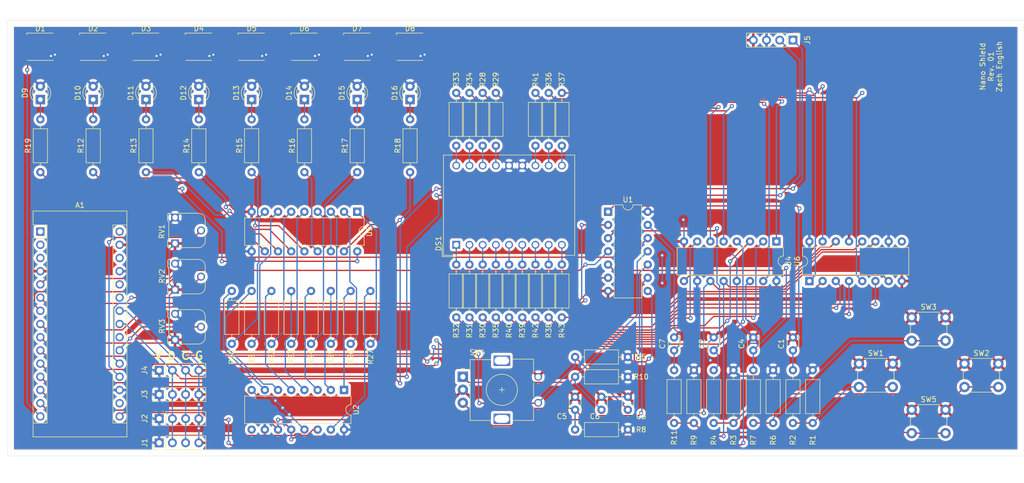
<source format=kicad_pcb>
(kicad_pcb (version 20171130) (host pcbnew "(5.1.6)-1")
  (layers (0 F.Cu signal) (31 B.Cu signal) (34 B.Paste user) (35 F.Paste user) (36 B.SilkS user) (37 F.SilkS user) (38 B.Mask user) (39 F.Mask user) (44 Edge.Cuts user))
  (net 0 "")
  (net 1 "Net-(A1-Pad15)")
  (net 2 "Net-(A1-Pad30)")
  (net 3 "Net-(A1-Pad14)")
  (net 4 GND)
  (net 5 "Net-(A1-Pad28)")
  (net 6 VCC)
  (net 7 "Net-(A1-Pad11)")
  (net 8 "Net-(A1-Pad26)")
  (net 9 "Net-(A1-Pad10)")
  (net 10 "Net-(A1-Pad25)")
  (net 11 "Net-(A1-Pad9)")
  (net 12 "Net-(A1-Pad8)")
  (net 13 "Net-(A1-Pad7)")
  (net 14 "Net-(A1-Pad22)")
  (net 15 "Net-(A1-Pad6)")
  (net 16 "Net-(A1-Pad21)")
  (net 17 "Net-(A1-Pad5)")
  (net 18 "Net-(A1-Pad20)")
  (net 19 "Net-(A1-Pad19)")
  (net 20 "Net-(A1-Pad3)")
  (net 21 "Net-(A1-Pad2)")
  (net 22 "Net-(A1-Pad17)")
  (net 23 "Net-(A1-Pad1)")
  (net 24 "Net-(D1-Pad4)")
  (net 25 "Net-(D2-Pad4)")
  (net 26 "Net-(D3-Pad4)")
  (net 27 "Net-(D4-Pad4)")
  (net 28 "Net-(D5-Pad4)")
  (net 29 "Net-(D6-Pad4)")
  (net 30 "Net-(D7-Pad4)")
  (net 31 "Net-(D8-Pad4)")
  (net 32 "Net-(C1-Pad1)")
  (net 33 "Net-(C2-Pad1)")
  (net 34 "Net-(C4-Pad1)")
  (net 35 "Net-(C5-Pad1)")
  (net 36 "Net-(C6-Pad1)")
  (net 37 "Net-(C7-Pad1)")
  (net 38 "Net-(R1-Pad2)")
  (net 39 "Net-(R3-Pad2)")
  (net 40 "Net-(R6-Pad2)")
  (net 41 "Net-(R11-Pad1)")
  (net 42 I2C_Clock)
  (net 43 I2C_Data)
  (net 44 SRCLK)
  (net 45 RCLK)
  (net 46 ShiftR1OutR2In)
  (net 47 "Net-(D9-Pad1)")
  (net 48 "Net-(D10-Pad1)")
  (net 49 "Net-(D11-Pad1)")
  (net 50 "Net-(D12-Pad1)")
  (net 51 "Net-(D13-Pad1)")
  (net 52 "Net-(D14-Pad1)")
  (net 53 "Net-(D15-Pad1)")
  (net 54 "Net-(D16-Pad1)")
  (net 55 "Net-(DS1-Pad18)")
  (net 56 "Net-(DS1-Pad17)")
  (net 57 "Net-(DS1-Pad16)")
  (net 58 "Net-(DS1-Pad15)")
  (net 59 "Net-(DS1-Pad12)")
  (net 60 "Net-(DS1-Pad11)")
  (net 61 "Net-(DS1-Pad10)")
  (net 62 "Net-(DS1-Pad9)")
  (net 63 "Net-(DS1-Pad8)")
  (net 64 "Net-(DS1-Pad7)")
  (net 65 "Net-(DS1-Pad6)")
  (net 66 "Net-(DS1-Pad5)")
  (net 67 "Net-(DS1-Pad4)")
  (net 68 "Net-(DS1-Pad3)")
  (net 69 "Net-(DS1-Pad2)")
  (net 70 "Net-(DS1-Pad1)")
  (net 71 "Net-(R27-Pad1)")
  (net 72 "Net-(R20-Pad1)")
  (net 73 "Net-(R21-Pad1)")
  (net 74 "Net-(R22-Pad1)")
  (net 75 "Net-(R23-Pad1)")
  (net 76 "Net-(R24-Pad1)")
  (net 77 "Net-(R25-Pad1)")
  (net 78 "Net-(R26-Pad1)")
  (net 79 "Net-(R12-Pad1)")
  (net 80 "Net-(R13-Pad1)")
  (net 81 "Net-(R14-Pad1)")
  (net 82 "Net-(R15-Pad1)")
  (net 83 "Net-(R16-Pad1)")
  (net 84 "Net-(R17-Pad1)")
  (net 85 "Net-(R18-Pad1)")
  (net 86 "Net-(R19-Pad1)")
  (net 87 "Net-(R20-Pad2)")
  (net 88 "Net-(R21-Pad2)")
  (net 89 "Net-(R22-Pad2)")
  (net 90 "Net-(R23-Pad2)")
  (net 91 "Net-(R24-Pad2)")
  (net 92 "Net-(R25-Pad2)")
  (net 93 "Net-(R26-Pad2)")
  (net 94 "Net-(R27-Pad2)")
  (net 95 7SegData)
  (net 96 "Net-(R28-Pad2)")
  (net 97 "Net-(R29-Pad2)")
  (net 98 "Net-(R30-Pad2)")
  (net 99 "Net-(R31-Pad2)")
  (net 100 "Net-(R32-Pad2)")
  (net 101 "Net-(R33-Pad2)")
  (net 102 "Net-(R34-Pad2)")
  (net 103 "Net-(R35-Pad2)")
  (net 104 "Net-(R36-Pad2)")
  (net 105 "Net-(R37-Pad2)")
  (net 106 "Net-(R38-Pad2)")
  (net 107 "Net-(R39-Pad2)")
  (net 108 "Net-(R40-Pad2)")
  (net 109 "Net-(R41-Pad2)")
  (net 110 "Net-(R42-Pad2)")
  (net 111 "Net-(R43-Pad2)")
  (net 112 "Net-(U2-Pad9)")
  (net 113 "Net-(U6-Pad9)")
  (module Potentiometer_THT:Potentiometer_Runtron_RM-065_Vertical (layer F.Cu) (at 50.038 175.768 90)
    (fp_text reference RV3 (at 2.6 -2.5 90) (layer F.SilkS))
    (fp_text value R_POT_TRIM_US)
    (pad 2 thru_hole circle (at 2.5 5 90) (size 1.55 1.55) (drill 1) (layers *.Cu *.Mask) (net 16 "Net-(A1-Pad21)"))
    (pad 1 thru_hole rect (at 0 0 90) (size 1.55 1.55) (drill 1) (layers *.Cu *.Mask) (net 4 GND))
    (pad 3 thru_hole circle (at 5 0 90) (size 1.55 1.55) (drill 1) (layers *.Cu *.Mask) (net 6 VCC))
  )
  (module Potentiometer_THT:Potentiometer_Runtron_RM-065_Vertical (layer F.Cu) (at 50.038 166.116 90)
    (fp_text reference RV2 (at 2.6 -2.5 90) (layer F.SilkS))
    (fp_text value R_POT_TRIM_US)
    (pad 2 thru_hole circle (at 2.5 5 90) (size 1.55 1.55) (drill 1) (layers *.Cu *.Mask) (net 18 "Net-(A1-Pad20)"))
    (pad 1 thru_hole rect (at 0 0 90) (size 1.55 1.55) (drill 1) (layers *.Cu *.Mask) (net 4 GND))
    (pad 3 thru_hole circle (at 5 0 90) (size 1.55 1.55) (drill 1) (layers *.Cu *.Mask) (net 6 VCC))
  )
  (module Potentiometer_THT:Potentiometer_Runtron_RM-065_Vertical (layer F.Cu) (at 50.038 157.226 90)
    (fp_text reference RV1 (at 2.286 -2.54 90) (layer F.SilkS))
    (fp_text value R_POT_TRIM_US)
    (pad 2 thru_hole circle (at 2.5 5 90) (size 1.55 1.55) (drill 1) (layers *.Cu *.Mask) (net 19 "Net-(A1-Pad19)"))
    (pad 1 thru_hole rect (at 0 0 90) (size 1.55 1.55) (drill 1) (layers *.Cu *.Mask) (net 4 GND))
    (pad 3 thru_hole circle (at 5 0 90) (size 1.55 1.55) (drill 1) (layers *.Cu *.Mask) (net 6 VCC))
  )
  (module Package_DIP:DIP-14_W7.62mm (layer F.Cu) (at 133.35 151.13)
    (fp_text reference U1 (at 3.81 -2.33) (layer F.SilkS))
    (fp_text value 74HC14)
    (pad 14 thru_hole oval (at 7.62 0) (size 1.6 1.6) (drill 0.8) (layers *.Cu *.Mask) (net 6 VCC))
    (pad 7 thru_hole oval (at 0 15.24) (size 1.6 1.6) (drill 0.8) (layers *.Cu *.Mask) (net 4 GND))
    (pad 13 thru_hole oval (at 7.62 2.54) (size 1.6 1.6) (drill 0.8) (layers *.Cu *.Mask) (net 37 "Net-(C7-Pad1)"))
    (pad 6 thru_hole oval (at 0 12.7) (size 1.6 1.6) (drill 0.8) (layers *.Cu *.Mask) (net 15 "Net-(A1-Pad6)"))
    (pad 12 thru_hole oval (at 7.62 5.08) (size 1.6 1.6) (drill 0.8) (layers *.Cu *.Mask) (net 17 "Net-(A1-Pad5)"))
    (pad 5 thru_hole oval (at 0 10.16) (size 1.6 1.6) (drill 0.8) (layers *.Cu *.Mask) (net 34 "Net-(C4-Pad1)"))
    (pad 11 thru_hole oval (at 7.62 7.62) (size 1.6 1.6) (drill 0.8) (layers *.Cu *.Mask) (net 36 "Net-(C6-Pad1)"))
    (pad 4 thru_hole oval (at 0 7.62) (size 1.6 1.6) (drill 0.8) (layers *.Cu *.Mask) (net 13 "Net-(A1-Pad7)"))
    (pad 10 thru_hole oval (at 7.62 10.16) (size 1.6 1.6) (drill 0.8) (layers *.Cu *.Mask) (net 7 "Net-(A1-Pad11)"))
    (pad 3 thru_hole oval (at 0 5.08) (size 1.6 1.6) (drill 0.8) (layers *.Cu *.Mask) (net 33 "Net-(C2-Pad1)"))
    (pad 9 thru_hole oval (at 7.62 12.7) (size 1.6 1.6) (drill 0.8) (layers *.Cu *.Mask) (net 35 "Net-(C5-Pad1)"))
    (pad 2 thru_hole oval (at 0 2.54) (size 1.6 1.6) (drill 0.8) (layers *.Cu *.Mask) (net 12 "Net-(A1-Pad8)"))
    (pad 8 thru_hole oval (at 7.62 15.24) (size 1.6 1.6) (drill 0.8) (layers *.Cu *.Mask) (net 9 "Net-(A1-Pad10)"))
    (pad 1 thru_hole rect (at 0 0) (size 1.6 1.6) (drill 0.8) (layers *.Cu *.Mask) (net 32 "Net-(C1-Pad1)"))
  )
  (module Connector_PinHeader_2.54mm:PinHeader_1x04_P2.54mm_Vertical (layer F.Cu) (at 168.91 118.11 270)
    (fp_text reference J5 (at 0 -2.794 90) (layer F.SilkS))
    (fp_text value Conn_01x04_Female)
    (pad 4 thru_hole oval (at 0 7.62 270) (size 1.7 1.7) (drill 1) (layers *.Cu *.Mask) (net 4 GND))
    (pad 3 thru_hole oval (at 0 5.08 270) (size 1.7 1.7) (drill 1) (layers *.Cu *.Mask) (net 6 VCC))
    (pad 2 thru_hole oval (at 0 2.54 270) (size 1.7 1.7) (drill 1) (layers *.Cu *.Mask) (net 42 I2C_Clock))
    (pad 1 thru_hole rect (at 0 0 270) (size 1.7 1.7) (drill 1) (layers *.Cu *.Mask) (net 43 I2C_Data))
  )
  (module Package_DIP:DIP-16_W7.62mm (layer F.Cu) (at 172.085 164.465 90)
    (fp_text reference U6 (at 3.81 -2.33 90) (layer F.SilkS))
    (fp_text value 74HC595)
    (pad 16 thru_hole oval (at 7.62 0 90) (size 1.6 1.6) (drill 0.8) (layers *.Cu *.Mask) (net 6 VCC))
    (pad 8 thru_hole oval (at 0 17.78 90) (size 1.6 1.6) (drill 0.8) (layers *.Cu *.Mask) (net 4 GND))
    (pad 15 thru_hole oval (at 7.62 2.54 90) (size 1.6 1.6) (drill 0.8) (layers *.Cu *.Mask) (net 104 "Net-(R36-Pad2)"))
    (pad 7 thru_hole oval (at 0 15.24 90) (size 1.6 1.6) (drill 0.8) (layers *.Cu *.Mask) (net 111 "Net-(R43-Pad2)"))
    (pad 14 thru_hole oval (at 7.62 5.08 90) (size 1.6 1.6) (drill 0.8) (layers *.Cu *.Mask) (net 46 ShiftR1OutR2In))
    (pad 6 thru_hole oval (at 0 12.7 90) (size 1.6 1.6) (drill 0.8) (layers *.Cu *.Mask) (net 110 "Net-(R42-Pad2)"))
    (pad 13 thru_hole oval (at 7.62 7.62 90) (size 1.6 1.6) (drill 0.8) (layers *.Cu *.Mask) (net 4 GND))
    (pad 5 thru_hole oval (at 0 10.16 90) (size 1.6 1.6) (drill 0.8) (layers *.Cu *.Mask) (net 109 "Net-(R41-Pad2)"))
    (pad 12 thru_hole oval (at 7.62 10.16 90) (size 1.6 1.6) (drill 0.8) (layers *.Cu *.Mask) (net 45 RCLK))
    (pad 4 thru_hole oval (at 0 7.62 90) (size 1.6 1.6) (drill 0.8) (layers *.Cu *.Mask) (net 108 "Net-(R40-Pad2)"))
    (pad 11 thru_hole oval (at 7.62 12.7 90) (size 1.6 1.6) (drill 0.8) (layers *.Cu *.Mask) (net 44 SRCLK))
    (pad 3 thru_hole oval (at 0 5.08 90) (size 1.6 1.6) (drill 0.8) (layers *.Cu *.Mask) (net 107 "Net-(R39-Pad2)"))
    (pad 10 thru_hole oval (at 7.62 15.24 90) (size 1.6 1.6) (drill 0.8) (layers *.Cu *.Mask) (net 6 VCC))
    (pad 2 thru_hole oval (at 0 2.54 90) (size 1.6 1.6) (drill 0.8) (layers *.Cu *.Mask) (net 106 "Net-(R38-Pad2)"))
    (pad 9 thru_hole oval (at 7.62 17.78 90) (size 1.6 1.6) (drill 0.8) (layers *.Cu *.Mask) (net 113 "Net-(U6-Pad9)"))
    (pad 1 thru_hole rect (at 0 0 90) (size 1.6 1.6) (drill 0.8) (layers *.Cu *.Mask) (net 105 "Net-(R37-Pad2)"))
  )
  (module Resistor_THT:R_Axial_DIN0207_L6.3mm_D2.5mm_P10.16mm_Horizontal (layer F.Cu) (at 124.46 161.29 270)
    (fp_text reference R43 (at 12.7 0 90) (layer F.SilkS))
    (fp_text value 220)
    (pad 2 thru_hole oval (at 10.16 0 270) (size 1.6 1.6) (drill 0.8) (layers *.Cu *.Mask) (net 111 "Net-(R43-Pad2)"))
    (pad 1 thru_hole circle (at 0 0 270) (size 1.6 1.6) (drill 0.8) (layers *.Cu *.Mask) (net 62 "Net-(DS1-Pad9)"))
  )
  (module Resistor_THT:R_Axial_DIN0207_L6.3mm_D2.5mm_P10.16mm_Horizontal (layer F.Cu) (at 119.38 161.29 270)
    (fp_text reference R42 (at 12.7 0 90) (layer F.SilkS))
    (fp_text value 220)
    (pad 2 thru_hole oval (at 10.16 0 270) (size 1.6 1.6) (drill 0.8) (layers *.Cu *.Mask) (net 110 "Net-(R42-Pad2)"))
    (pad 1 thru_hole circle (at 0 0 270) (size 1.6 1.6) (drill 0.8) (layers *.Cu *.Mask) (net 64 "Net-(DS1-Pad7)"))
  )
  (module Resistor_THT:R_Axial_DIN0207_L6.3mm_D2.5mm_P10.16mm_Horizontal (layer F.Cu) (at 119.38 138.43 90)
    (fp_text reference R41 (at 12.7 0 90) (layer F.SilkS))
    (fp_text value 220)
    (pad 2 thru_hole oval (at 10.16 0 90) (size 1.6 1.6) (drill 0.8) (layers *.Cu *.Mask) (net 109 "Net-(R41-Pad2)"))
    (pad 1 thru_hole circle (at 0 0 90) (size 1.6 1.6) (drill 0.8) (layers *.Cu *.Mask) (net 59 "Net-(DS1-Pad12)"))
  )
  (module Resistor_THT:R_Axial_DIN0207_L6.3mm_D2.5mm_P10.16mm_Horizontal (layer F.Cu) (at 114.3 161.29 270)
    (fp_text reference R40 (at 12.7 0 90) (layer F.SilkS))
    (fp_text value 220)
    (pad 2 thru_hole oval (at 10.16 0 270) (size 1.6 1.6) (drill 0.8) (layers *.Cu *.Mask) (net 108 "Net-(R40-Pad2)"))
    (pad 1 thru_hole circle (at 0 0 270) (size 1.6 1.6) (drill 0.8) (layers *.Cu *.Mask) (net 66 "Net-(DS1-Pad5)"))
  )
  (module Resistor_THT:R_Axial_DIN0207_L6.3mm_D2.5mm_P10.16mm_Horizontal (layer F.Cu) (at 116.84 161.29 270)
    (fp_text reference R39 (at 12.7 0 90) (layer F.SilkS))
    (fp_text value 220)
    (pad 2 thru_hole oval (at 10.16 0 270) (size 1.6 1.6) (drill 0.8) (layers *.Cu *.Mask) (net 107 "Net-(R39-Pad2)"))
    (pad 1 thru_hole circle (at 0 0 270) (size 1.6 1.6) (drill 0.8) (layers *.Cu *.Mask) (net 65 "Net-(DS1-Pad6)"))
  )
  (module Resistor_THT:R_Axial_DIN0207_L6.3mm_D2.5mm_P10.16mm_Horizontal (layer F.Cu) (at 121.92 161.29 270)
    (fp_text reference R38 (at 12.7 0 90) (layer F.SilkS))
    (fp_text value 220)
    (pad 2 thru_hole oval (at 10.16 0 270) (size 1.6 1.6) (drill 0.8) (layers *.Cu *.Mask) (net 106 "Net-(R38-Pad2)"))
    (pad 1 thru_hole circle (at 0 0 270) (size 1.6 1.6) (drill 0.8) (layers *.Cu *.Mask) (net 63 "Net-(DS1-Pad8)"))
  )
  (module Resistor_THT:R_Axial_DIN0207_L6.3mm_D2.5mm_P10.16mm_Horizontal (layer F.Cu) (at 124.46 138.43 90)
    (fp_text reference R37 (at 12.7 0 90) (layer F.SilkS))
    (fp_text value 220)
    (pad 2 thru_hole oval (at 10.16 0 90) (size 1.6 1.6) (drill 0.8) (layers *.Cu *.Mask) (net 105 "Net-(R37-Pad2)"))
    (pad 1 thru_hole circle (at 0 0 90) (size 1.6 1.6) (drill 0.8) (layers *.Cu *.Mask) (net 61 "Net-(DS1-Pad10)"))
  )
  (module Resistor_THT:R_Axial_DIN0207_L6.3mm_D2.5mm_P10.16mm_Horizontal (layer F.Cu) (at 121.92 138.43 90)
    (fp_text reference R36 (at 12.7 0 90) (layer F.SilkS))
    (fp_text value 220)
    (pad 2 thru_hole oval (at 10.16 0 90) (size 1.6 1.6) (drill 0.8) (layers *.Cu *.Mask) (net 104 "Net-(R36-Pad2)"))
    (pad 1 thru_hole circle (at 0 0 90) (size 1.6 1.6) (drill 0.8) (layers *.Cu *.Mask) (net 60 "Net-(DS1-Pad11)"))
  )
  (module Resistor_THT:R_Axial_DIN0207_L6.3mm_D2.5mm_P10.16mm_Horizontal (layer F.Cu) (at 111.76 161.29 270)
    (fp_text reference R35 (at 12.7 0 90) (layer F.SilkS))
    (fp_text value 220)
    (pad 2 thru_hole oval (at 10.16 0 270) (size 1.6 1.6) (drill 0.8) (layers *.Cu *.Mask) (net 103 "Net-(R35-Pad2)"))
    (pad 1 thru_hole circle (at 0 0 270) (size 1.6 1.6) (drill 0.8) (layers *.Cu *.Mask) (net 67 "Net-(DS1-Pad4)"))
  )
  (module Resistor_THT:R_Axial_DIN0207_L6.3mm_D2.5mm_P10.16mm_Horizontal (layer F.Cu) (at 106.68 138.43 90)
    (fp_text reference R34 (at 12.7 0 90) (layer F.SilkS))
    (fp_text value 220)
    (pad 2 thru_hole oval (at 10.16 0 90) (size 1.6 1.6) (drill 0.8) (layers *.Cu *.Mask) (net 102 "Net-(R34-Pad2)"))
    (pad 1 thru_hole circle (at 0 0 90) (size 1.6 1.6) (drill 0.8) (layers *.Cu *.Mask) (net 56 "Net-(DS1-Pad17)"))
  )
  (module Resistor_THT:R_Axial_DIN0207_L6.3mm_D2.5mm_P10.16mm_Horizontal (layer F.Cu) (at 104.14 138.43 90)
    (fp_text reference R33 (at 12.7 0 90) (layer F.SilkS))
    (fp_text value 220)
    (pad 2 thru_hole oval (at 10.16 0 90) (size 1.6 1.6) (drill 0.8) (layers *.Cu *.Mask) (net 101 "Net-(R33-Pad2)"))
    (pad 1 thru_hole circle (at 0 0 90) (size 1.6 1.6) (drill 0.8) (layers *.Cu *.Mask) (net 55 "Net-(DS1-Pad18)"))
  )
  (module Resistor_THT:R_Axial_DIN0207_L6.3mm_D2.5mm_P10.16mm_Horizontal (layer F.Cu) (at 104.14 161.29 270)
    (fp_text reference R32 (at 12.7 0 90) (layer F.SilkS))
    (fp_text value 220)
    (pad 2 thru_hole oval (at 10.16 0 270) (size 1.6 1.6) (drill 0.8) (layers *.Cu *.Mask) (net 100 "Net-(R32-Pad2)"))
    (pad 1 thru_hole circle (at 0 0 270) (size 1.6 1.6) (drill 0.8) (layers *.Cu *.Mask) (net 70 "Net-(DS1-Pad1)"))
  )
  (module Resistor_THT:R_Axial_DIN0207_L6.3mm_D2.5mm_P10.16mm_Horizontal (layer F.Cu) (at 106.68 161.29 270)
    (fp_text reference R31 (at 12.7 0 90) (layer F.SilkS))
    (fp_text value 220)
    (pad 2 thru_hole oval (at 10.16 0 270) (size 1.6 1.6) (drill 0.8) (layers *.Cu *.Mask) (net 99 "Net-(R31-Pad2)"))
    (pad 1 thru_hole circle (at 0 0 270) (size 1.6 1.6) (drill 0.8) (layers *.Cu *.Mask) (net 69 "Net-(DS1-Pad2)"))
  )
  (module Resistor_THT:R_Axial_DIN0207_L6.3mm_D2.5mm_P10.16mm_Horizontal (layer F.Cu) (at 109.22 161.29 270)
    (fp_text reference R30 (at 12.7 0 90) (layer F.SilkS))
    (fp_text value 220)
    (pad 2 thru_hole oval (at 10.16 0 270) (size 1.6 1.6) (drill 0.8) (layers *.Cu *.Mask) (net 98 "Net-(R30-Pad2)"))
    (pad 1 thru_hole circle (at 0 0 270) (size 1.6 1.6) (drill 0.8) (layers *.Cu *.Mask) (net 68 "Net-(DS1-Pad3)"))
  )
  (module Resistor_THT:R_Axial_DIN0207_L6.3mm_D2.5mm_P10.16mm_Horizontal (layer F.Cu) (at 111.76 138.43 90)
    (fp_text reference R29 (at 12.7 0 90) (layer F.SilkS))
    (fp_text value 220)
    (pad 2 thru_hole oval (at 10.16 0 90) (size 1.6 1.6) (drill 0.8) (layers *.Cu *.Mask) (net 97 "Net-(R29-Pad2)"))
    (pad 1 thru_hole circle (at 0 0 90) (size 1.6 1.6) (drill 0.8) (layers *.Cu *.Mask) (net 58 "Net-(DS1-Pad15)"))
  )
  (module Resistor_THT:R_Axial_DIN0207_L6.3mm_D2.5mm_P10.16mm_Horizontal (layer F.Cu) (at 109.22 138.43 90)
    (fp_text reference R28 (at 12.7 0 90) (layer F.SilkS))
    (fp_text value 220)
    (pad 2 thru_hole oval (at 10.16 0 90) (size 1.6 1.6) (drill 0.8) (layers *.Cu *.Mask) (net 96 "Net-(R28-Pad2)"))
    (pad 1 thru_hole circle (at 0 0 90) (size 1.6 1.6) (drill 0.8) (layers *.Cu *.Mask) (net 57 "Net-(DS1-Pad16)"))
  )
  (module Connector_PinHeader_2.54mm:PinHeader_1x04_P2.54mm_Vertical (layer F.Cu) (at 46.99 181.63 90)
    (fp_text reference J4 (at 0.02 -2.794 90) (layer F.SilkS))
    (fp_text value Conn_01x04_Female)
    (pad 4 thru_hole oval (at 0 7.62 90) (size 1.7 1.7) (drill 1) (layers *.Cu *.Mask) (net 4 GND))
    (pad 3 thru_hole oval (at 0 5.08 90) (size 1.7 1.7) (drill 1) (layers *.Cu *.Mask) (net 42 I2C_Clock))
    (pad 2 thru_hole oval (at 0 2.54 90) (size 1.7 1.7) (drill 1) (layers *.Cu *.Mask) (net 43 I2C_Data))
    (pad 1 thru_hole rect (at 0 0 90) (size 1.7 1.7) (drill 1) (layers *.Cu *.Mask) (net 6 VCC))
  )
  (module Connector_PinHeader_2.54mm:PinHeader_1x04_P2.54mm_Vertical (layer F.Cu) (at 46.99 186.28 90)
    (fp_text reference J3 (at 0 -2.794 90) (layer F.SilkS))
    (fp_text value Conn_01x04_Female)
    (pad 4 thru_hole oval (at 0 7.62 90) (size 1.7 1.7) (drill 1) (layers *.Cu *.Mask) (net 4 GND))
    (pad 3 thru_hole oval (at 0 5.08 90) (size 1.7 1.7) (drill 1) (layers *.Cu *.Mask) (net 42 I2C_Clock))
    (pad 2 thru_hole oval (at 0 2.54 90) (size 1.7 1.7) (drill 1) (layers *.Cu *.Mask) (net 43 I2C_Data))
    (pad 1 thru_hole rect (at 0 0 90) (size 1.7 1.7) (drill 1) (layers *.Cu *.Mask) (net 6 VCC))
  )
  (module Connector_PinHeader_2.54mm:PinHeader_1x04_P2.54mm_Vertical (layer F.Cu) (at 46.99 190.93 90)
    (fp_text reference J2 (at 0 -2.794 90) (layer F.SilkS))
    (fp_text value Conn_01x04_Female)
    (pad 4 thru_hole oval (at 0 7.62 90) (size 1.7 1.7) (drill 1) (layers *.Cu *.Mask) (net 4 GND))
    (pad 3 thru_hole oval (at 0 5.08 90) (size 1.7 1.7) (drill 1) (layers *.Cu *.Mask) (net 42 I2C_Clock))
    (pad 2 thru_hole oval (at 0 2.54 90) (size 1.7 1.7) (drill 1) (layers *.Cu *.Mask) (net 43 I2C_Data))
    (pad 1 thru_hole rect (at 0 0 90) (size 1.7 1.7) (drill 1) (layers *.Cu *.Mask) (net 6 VCC))
  )
  (module Connector_PinHeader_2.54mm:PinHeader_1x04_P2.54mm_Vertical (layer F.Cu) (at 46.99 195.58 90)
    (fp_text reference J1 (at 0 -2.794 90) (layer F.SilkS))
    (fp_text value Conn_01x04_Female)
    (pad 4 thru_hole oval (at 0 7.62 90) (size 1.7 1.7) (drill 1) (layers *.Cu *.Mask) (net 4 GND))
    (pad 3 thru_hole oval (at 0 5.08 90) (size 1.7 1.7) (drill 1) (layers *.Cu *.Mask) (net 42 I2C_Clock))
    (pad 2 thru_hole oval (at 0 2.54 90) (size 1.7 1.7) (drill 1) (layers *.Cu *.Mask) (net 43 I2C_Data))
    (pad 1 thru_hole rect (at 0 0 90) (size 1.7 1.7) (drill 1) (layers *.Cu *.Mask) (net 6 VCC))
  )
  (module Package_DIP:DIP-18_W7.62mm (layer F.Cu) (at 85.09 151.13 270)
    (fp_text reference U5 (at 3.81 -2.33 90) (layer F.SilkS))
    (fp_text value ULN2803A)
    (pad 18 thru_hole oval (at 7.62 0 270) (size 1.6 1.6) (drill 0.8) (layers *.Cu *.Mask) (net 86 "Net-(R19-Pad1)"))
    (pad 9 thru_hole oval (at 0 20.32 270) (size 1.6 1.6) (drill 0.8) (layers *.Cu *.Mask) (net 4 GND))
    (pad 17 thru_hole oval (at 7.62 2.54 270) (size 1.6 1.6) (drill 0.8) (layers *.Cu *.Mask) (net 85 "Net-(R18-Pad1)"))
    (pad 8 thru_hole oval (at 0 17.78 270) (size 1.6 1.6) (drill 0.8) (layers *.Cu *.Mask) (net 87 "Net-(R20-Pad2)"))
    (pad 16 thru_hole oval (at 7.62 5.08 270) (size 1.6 1.6) (drill 0.8) (layers *.Cu *.Mask) (net 84 "Net-(R17-Pad1)"))
    (pad 7 thru_hole oval (at 0 15.24 270) (size 1.6 1.6) (drill 0.8) (layers *.Cu *.Mask) (net 88 "Net-(R21-Pad2)"))
    (pad 15 thru_hole oval (at 7.62 7.62 270) (size 1.6 1.6) (drill 0.8) (layers *.Cu *.Mask) (net 83 "Net-(R16-Pad1)"))
    (pad 6 thru_hole oval (at 0 12.7 270) (size 1.6 1.6) (drill 0.8) (layers *.Cu *.Mask) (net 89 "Net-(R22-Pad2)"))
    (pad 14 thru_hole oval (at 7.62 10.16 270) (size 1.6 1.6) (drill 0.8) (layers *.Cu *.Mask) (net 82 "Net-(R15-Pad1)"))
    (pad 5 thru_hole oval (at 0 10.16 270) (size 1.6 1.6) (drill 0.8) (layers *.Cu *.Mask) (net 90 "Net-(R23-Pad2)"))
    (pad 13 thru_hole oval (at 7.62 12.7 270) (size 1.6 1.6) (drill 0.8) (layers *.Cu *.Mask) (net 81 "Net-(R14-Pad1)"))
    (pad 4 thru_hole oval (at 0 7.62 270) (size 1.6 1.6) (drill 0.8) (layers *.Cu *.Mask) (net 91 "Net-(R24-Pad2)"))
    (pad 12 thru_hole oval (at 7.62 15.24 270) (size 1.6 1.6) (drill 0.8) (layers *.Cu *.Mask) (net 80 "Net-(R13-Pad1)"))
    (pad 3 thru_hole oval (at 0 5.08 270) (size 1.6 1.6) (drill 0.8) (layers *.Cu *.Mask) (net 92 "Net-(R25-Pad2)"))
    (pad 11 thru_hole oval (at 7.62 17.78 270) (size 1.6 1.6) (drill 0.8) (layers *.Cu *.Mask) (net 79 "Net-(R12-Pad1)"))
    (pad 2 thru_hole oval (at 0 2.54 270) (size 1.6 1.6) (drill 0.8) (layers *.Cu *.Mask) (net 93 "Net-(R26-Pad2)"))
    (pad 10 thru_hole oval (at 7.62 20.32 270) (size 1.6 1.6) (drill 0.8) (layers *.Cu *.Mask) (net 6 VCC))
    (pad 1 thru_hole rect (at 0 0 270) (size 1.6 1.6) (drill 0.8) (layers *.Cu *.Mask) (net 94 "Net-(R27-Pad2)"))
  )
  (module Resistor_THT:R_Axial_DIN0207_L6.3mm_D2.5mm_P10.16mm_Horizontal (layer F.Cu) (at 87.63 166.37 270)
    (fp_text reference R27 (at 12.7 0 90) (layer F.SilkS))
    (fp_text value 10k)
    (pad 2 thru_hole oval (at 10.16 0 270) (size 1.6 1.6) (drill 0.8) (layers *.Cu *.Mask) (net 94 "Net-(R27-Pad2)"))
    (pad 1 thru_hole circle (at 0 0 270) (size 1.6 1.6) (drill 0.8) (layers *.Cu *.Mask) (net 71 "Net-(R27-Pad1)"))
  )
  (module Resistor_THT:R_Axial_DIN0207_L6.3mm_D2.5mm_P10.16mm_Horizontal (layer F.Cu) (at 83.82 166.37 270)
    (fp_text reference R26 (at 12.7 0 90) (layer F.SilkS))
    (fp_text value 10k)
    (pad 2 thru_hole oval (at 10.16 0 270) (size 1.6 1.6) (drill 0.8) (layers *.Cu *.Mask) (net 93 "Net-(R26-Pad2)"))
    (pad 1 thru_hole circle (at 0 0 270) (size 1.6 1.6) (drill 0.8) (layers *.Cu *.Mask) (net 78 "Net-(R26-Pad1)"))
  )
  (module Resistor_THT:R_Axial_DIN0207_L6.3mm_D2.5mm_P10.16mm_Horizontal (layer F.Cu) (at 80.01 166.37 270)
    (fp_text reference R25 (at 12.7 0 90) (layer F.SilkS))
    (fp_text value 10k)
    (pad 2 thru_hole oval (at 10.16 0 270) (size 1.6 1.6) (drill 0.8) (layers *.Cu *.Mask) (net 92 "Net-(R25-Pad2)"))
    (pad 1 thru_hole circle (at 0 0 270) (size 1.6 1.6) (drill 0.8) (layers *.Cu *.Mask) (net 77 "Net-(R25-Pad1)"))
  )
  (module Resistor_THT:R_Axial_DIN0207_L6.3mm_D2.5mm_P10.16mm_Horizontal (layer F.Cu) (at 76.2 166.37 270)
    (fp_text reference R24 (at 12.7 0 90) (layer F.SilkS))
    (fp_text value 10k)
    (pad 2 thru_hole oval (at 10.16 0 270) (size 1.6 1.6) (drill 0.8) (layers *.Cu *.Mask) (net 91 "Net-(R24-Pad2)"))
    (pad 1 thru_hole circle (at 0 0 270) (size 1.6 1.6) (drill 0.8) (layers *.Cu *.Mask) (net 76 "Net-(R24-Pad1)"))
  )
  (module Resistor_THT:R_Axial_DIN0207_L6.3mm_D2.5mm_P10.16mm_Horizontal (layer F.Cu) (at 72.39 166.37 270)
    (fp_text reference R23 (at 12.7 0 90) (layer F.SilkS))
    (fp_text value 10k)
    (pad 2 thru_hole oval (at 10.16 0 270) (size 1.6 1.6) (drill 0.8) (layers *.Cu *.Mask) (net 90 "Net-(R23-Pad2)"))
    (pad 1 thru_hole circle (at 0 0 270) (size 1.6 1.6) (drill 0.8) (layers *.Cu *.Mask) (net 75 "Net-(R23-Pad1)"))
  )
  (module Resistor_THT:R_Axial_DIN0207_L6.3mm_D2.5mm_P10.16mm_Horizontal (layer F.Cu) (at 68.58 166.37 270)
    (fp_text reference R22 (at 12.7 0 90) (layer F.SilkS))
    (fp_text value 10k)
    (pad 2 thru_hole oval (at 10.16 0 270) (size 1.6 1.6) (drill 0.8) (layers *.Cu *.Mask) (net 89 "Net-(R22-Pad2)"))
    (pad 1 thru_hole circle (at 0 0 270) (size 1.6 1.6) (drill 0.8) (layers *.Cu *.Mask) (net 74 "Net-(R22-Pad1)"))
  )
  (module Resistor_THT:R_Axial_DIN0207_L6.3mm_D2.5mm_P10.16mm_Horizontal (layer F.Cu) (at 64.77 166.37 270)
    (fp_text reference R21 (at 12.7 0 90) (layer F.SilkS))
    (fp_text value 10k)
    (pad 2 thru_hole oval (at 10.16 0 270) (size 1.6 1.6) (drill 0.8) (layers *.Cu *.Mask) (net 88 "Net-(R21-Pad2)"))
    (pad 1 thru_hole circle (at 0 0 270) (size 1.6 1.6) (drill 0.8) (layers *.Cu *.Mask) (net 73 "Net-(R21-Pad1)"))
  )
  (module Resistor_THT:R_Axial_DIN0207_L6.3mm_D2.5mm_P10.16mm_Horizontal (layer F.Cu) (at 60.96 166.37 270)
    (fp_text reference R20 (at 12.7 0 90) (layer F.SilkS))
    (fp_text value 10k)
    (pad 2 thru_hole oval (at 10.16 0 270) (size 1.6 1.6) (drill 0.8) (layers *.Cu *.Mask) (net 87 "Net-(R20-Pad2)"))
    (pad 1 thru_hole circle (at 0 0 270) (size 1.6 1.6) (drill 0.8) (layers *.Cu *.Mask) (net 72 "Net-(R20-Pad1)"))
  )
  (module Resistor_THT:R_Axial_DIN0207_L6.3mm_D2.5mm_P10.16mm_Horizontal (layer F.Cu) (at 24.13 143.51 90)
    (fp_text reference R19 (at 5.08 -2.37 90) (layer F.SilkS))
    (fp_text value 220)
    (pad 2 thru_hole oval (at 10.16 0 90) (size 1.6 1.6) (drill 0.8) (layers *.Cu *.Mask) (net 47 "Net-(D9-Pad1)"))
    (pad 1 thru_hole circle (at 0 0 90) (size 1.6 1.6) (drill 0.8) (layers *.Cu *.Mask) (net 86 "Net-(R19-Pad1)"))
  )
  (module Resistor_THT:R_Axial_DIN0207_L6.3mm_D2.5mm_P10.16mm_Horizontal (layer F.Cu) (at 95.25 143.51 90)
    (fp_text reference R18 (at 5.08 -2.37 90) (layer F.SilkS))
    (fp_text value 220)
    (pad 2 thru_hole oval (at 10.16 0 90) (size 1.6 1.6) (drill 0.8) (layers *.Cu *.Mask) (net 54 "Net-(D16-Pad1)"))
    (pad 1 thru_hole circle (at 0 0 90) (size 1.6 1.6) (drill 0.8) (layers *.Cu *.Mask) (net 85 "Net-(R18-Pad1)"))
  )
  (module Resistor_THT:R_Axial_DIN0207_L6.3mm_D2.5mm_P10.16mm_Horizontal (layer F.Cu) (at 85.09 143.51 90)
    (fp_text reference R17 (at 5.08 -2.37 90) (layer F.SilkS))
    (fp_text value 220)
    (pad 2 thru_hole oval (at 10.16 0 90) (size 1.6 1.6) (drill 0.8) (layers *.Cu *.Mask) (net 53 "Net-(D15-Pad1)"))
    (pad 1 thru_hole circle (at 0 0 90) (size 1.6 1.6) (drill 0.8) (layers *.Cu *.Mask) (net 84 "Net-(R17-Pad1)"))
  )
  (module Resistor_THT:R_Axial_DIN0207_L6.3mm_D2.5mm_P10.16mm_Horizontal (layer F.Cu) (at 74.93 143.51 90)
    (fp_text reference R16 (at 5.08 -2.37 90) (layer F.SilkS))
    (fp_text value 220)
    (pad 2 thru_hole oval (at 10.16 0 90) (size 1.6 1.6) (drill 0.8) (layers *.Cu *.Mask) (net 52 "Net-(D14-Pad1)"))
    (pad 1 thru_hole circle (at 0 0 90) (size 1.6 1.6) (drill 0.8) (layers *.Cu *.Mask) (net 83 "Net-(R16-Pad1)"))
  )
  (module Resistor_THT:R_Axial_DIN0207_L6.3mm_D2.5mm_P10.16mm_Horizontal (layer F.Cu) (at 64.77 143.51 90)
    (fp_text reference R15 (at 5.08 -2.37 90) (layer F.SilkS))
    (fp_text value 220)
    (pad 2 thru_hole oval (at 10.16 0 90) (size 1.6 1.6) (drill 0.8) (layers *.Cu *.Mask) (net 51 "Net-(D13-Pad1)"))
    (pad 1 thru_hole circle (at 0 0 90) (size 1.6 1.6) (drill 0.8) (layers *.Cu *.Mask) (net 82 "Net-(R15-Pad1)"))
  )
  (module Resistor_THT:R_Axial_DIN0207_L6.3mm_D2.5mm_P10.16mm_Horizontal (layer F.Cu) (at 54.61 143.51 90)
    (fp_text reference R14 (at 5.08 -2.37 90) (layer F.SilkS))
    (fp_text value 220)
    (pad 2 thru_hole oval (at 10.16 0 90) (size 1.6 1.6) (drill 0.8) (layers *.Cu *.Mask) (net 50 "Net-(D12-Pad1)"))
    (pad 1 thru_hole circle (at 0 0 90) (size 1.6 1.6) (drill 0.8) (layers *.Cu *.Mask) (net 81 "Net-(R14-Pad1)"))
  )
  (module Resistor_THT:R_Axial_DIN0207_L6.3mm_D2.5mm_P10.16mm_Horizontal (layer F.Cu) (at 44.45 143.51 90)
    (fp_text reference R13 (at 5.08 -2.37 90) (layer F.SilkS))
    (fp_text value 220)
    (pad 2 thru_hole oval (at 10.16 0 90) (size 1.6 1.6) (drill 0.8) (layers *.Cu *.Mask) (net 49 "Net-(D11-Pad1)"))
    (pad 1 thru_hole circle (at 0 0 90) (size 1.6 1.6) (drill 0.8) (layers *.Cu *.Mask) (net 80 "Net-(R13-Pad1)"))
  )
  (module Resistor_THT:R_Axial_DIN0207_L6.3mm_D2.5mm_P10.16mm_Horizontal (layer F.Cu) (at 34.29 143.51 90)
    (fp_text reference R12 (at 5.08 -2.37 90) (layer F.SilkS))
    (fp_text value 220)
    (pad 2 thru_hole oval (at 10.16 0 90) (size 1.6 1.6) (drill 0.8) (layers *.Cu *.Mask) (net 48 "Net-(D10-Pad1)"))
    (pad 1 thru_hole circle (at 0 0 90) (size 1.6 1.6) (drill 0.8) (layers *.Cu *.Mask) (net 79 "Net-(R12-Pad1)"))
  )
  (module Display_7Segment:DA56-11CGKWA (layer F.Cu) (at 104.14 157.48 90)
    (fp_text reference DS1 (at 0.24 -3.41 90) (layer F.SilkS))
    (fp_text value HDSP-521A)
    (pad 18 thru_hole circle (at 15.24 0 90) (size 1.5 1.5) (drill 1) (layers *.Cu *.Mask) (net 55 "Net-(DS1-Pad18)"))
    (pad 17 thru_hole circle (at 15.24 2.54 90) (size 1.5 1.5) (drill 1) (layers *.Cu *.Mask) (net 56 "Net-(DS1-Pad17)"))
    (pad 16 thru_hole circle (at 15.24 5.08 90) (size 1.5 1.5) (drill 1) (layers *.Cu *.Mask) (net 57 "Net-(DS1-Pad16)"))
    (pad 15 thru_hole circle (at 15.24 7.62 90) (size 1.5 1.5) (drill 1) (layers *.Cu *.Mask) (net 58 "Net-(DS1-Pad15)"))
    (pad 14 thru_hole circle (at 15.24 10.16 90) (size 1.5 1.5) (drill 1) (layers *.Cu *.Mask) (net 6 VCC))
    (pad 13 thru_hole circle (at 15.24 12.7 90) (size 1.5 1.5) (drill 1) (layers *.Cu *.Mask) (net 6 VCC))
    (pad 12 thru_hole circle (at 15.24 15.24 90) (size 1.5 1.5) (drill 1) (layers *.Cu *.Mask) (net 59 "Net-(DS1-Pad12)"))
    (pad 11 thru_hole circle (at 15.24 17.78 90) (size 1.5 1.5) (drill 1) (layers *.Cu *.Mask) (net 60 "Net-(DS1-Pad11)"))
    (pad 10 thru_hole circle (at 15.24 20.32 90) (size 1.5 1.5) (drill 1) (layers *.Cu *.Mask) (net 61 "Net-(DS1-Pad10)"))
    (pad 9 thru_hole circle (at 0 20.32 90) (size 1.5 1.5) (drill 1) (layers *.Cu *.Mask) (net 62 "Net-(DS1-Pad9)"))
    (pad 8 thru_hole circle (at 0 17.78 90) (size 1.5 1.5) (drill 1) (layers *.Cu *.Mask) (net 63 "Net-(DS1-Pad8)"))
    (pad 7 thru_hole circle (at 0 15.24 90) (size 1.5 1.5) (drill 1) (layers *.Cu *.Mask) (net 64 "Net-(DS1-Pad7)"))
    (pad 6 thru_hole circle (at 0 12.7 90) (size 1.5 1.5) (drill 1) (layers *.Cu *.Mask) (net 65 "Net-(DS1-Pad6)"))
    (pad 5 thru_hole circle (at 0 10.16 90) (size 1.5 1.5) (drill 1) (layers *.Cu *.Mask) (net 66 "Net-(DS1-Pad5)"))
    (pad 4 thru_hole circle (at 0 7.62 90) (size 1.5 1.5) (drill 1) (layers *.Cu *.Mask) (net 67 "Net-(DS1-Pad4)"))
    (pad 3 thru_hole circle (at 0 5.08 90) (size 1.5 1.5) (drill 1) (layers *.Cu *.Mask) (net 68 "Net-(DS1-Pad3)"))
    (pad 2 thru_hole circle (at 0 2.54 90) (size 1.5 1.5) (drill 1) (layers *.Cu *.Mask) (net 69 "Net-(DS1-Pad2)"))
    (pad 1 thru_hole rect (at 0 0 90) (size 1.5 1.5) (drill 1) (layers *.Cu *.Mask) (net 70 "Net-(DS1-Pad1)"))
  )
  (module LED_THT:LED_D3.0mm (layer F.Cu) (at 95.25 129.54 90)
    (fp_text reference D16 (at 1.27 -2.96 90) (layer F.SilkS))
    (fp_text value LED)
    (pad 2 thru_hole circle (at 2.54 0 90) (size 1.8 1.8) (drill 0.9) (layers *.Cu *.Mask) (net 6 VCC))
    (pad 1 thru_hole rect (at 0 0 90) (size 1.8 1.8) (drill 0.9) (layers *.Cu *.Mask) (net 54 "Net-(D16-Pad1)"))
  )
  (module LED_THT:LED_D3.0mm (layer F.Cu) (at 85.09 129.54 90)
    (fp_text reference D15 (at 1.27 -2.96 90) (layer F.SilkS))
    (fp_text value LED)
    (pad 2 thru_hole circle (at 2.54 0 90) (size 1.8 1.8) (drill 0.9) (layers *.Cu *.Mask) (net 6 VCC))
    (pad 1 thru_hole rect (at 0 0 90) (size 1.8 1.8) (drill 0.9) (layers *.Cu *.Mask) (net 53 "Net-(D15-Pad1)"))
  )
  (module LED_THT:LED_D3.0mm (layer F.Cu) (at 74.93 129.54 90)
    (fp_text reference D14 (at 1.27 -2.96 90) (layer F.SilkS))
    (fp_text value LED)
    (pad 2 thru_hole circle (at 2.54 0 90) (size 1.8 1.8) (drill 0.9) (layers *.Cu *.Mask) (net 6 VCC))
    (pad 1 thru_hole rect (at 0 0 90) (size 1.8 1.8) (drill 0.9) (layers *.Cu *.Mask) (net 52 "Net-(D14-Pad1)"))
  )
  (module LED_THT:LED_D3.0mm (layer F.Cu) (at 64.77 129.54 90)
    (fp_text reference D13 (at 1.27 -2.96 90) (layer F.SilkS))
    (fp_text value LED)
    (pad 2 thru_hole circle (at 2.54 0 90) (size 1.8 1.8) (drill 0.9) (layers *.Cu *.Mask) (net 6 VCC))
    (pad 1 thru_hole rect (at 0 0 90) (size 1.8 1.8) (drill 0.9) (layers *.Cu *.Mask) (net 51 "Net-(D13-Pad1)"))
  )
  (module LED_THT:LED_D3.0mm (layer F.Cu) (at 54.61 129.54 90)
    (fp_text reference D12 (at 1.27 -2.96 90) (layer F.SilkS))
    (fp_text value LED)
    (pad 2 thru_hole circle (at 2.54 0 90) (size 1.8 1.8) (drill 0.9) (layers *.Cu *.Mask) (net 6 VCC))
    (pad 1 thru_hole rect (at 0 0 90) (size 1.8 1.8) (drill 0.9) (layers *.Cu *.Mask) (net 50 "Net-(D12-Pad1)"))
  )
  (module LED_THT:LED_D3.0mm (layer F.Cu) (at 44.45 129.54 90)
    (fp_text reference D11 (at 1.27 -2.96 90) (layer F.SilkS))
    (fp_text value LED)
    (pad 2 thru_hole circle (at 2.54 0 90) (size 1.8 1.8) (drill 0.9) (layers *.Cu *.Mask) (net 6 VCC))
    (pad 1 thru_hole rect (at 0 0 90) (size 1.8 1.8) (drill 0.9) (layers *.Cu *.Mask) (net 49 "Net-(D11-Pad1)"))
  )
  (module LED_THT:LED_D3.0mm (layer F.Cu) (at 34.29 129.54 90)
    (fp_text reference D10 (at 1.27 -2.96 90) (layer F.SilkS))
    (fp_text value LED)
    (pad 2 thru_hole circle (at 2.54 0 90) (size 1.8 1.8) (drill 0.9) (layers *.Cu *.Mask) (net 6 VCC))
    (pad 1 thru_hole rect (at 0 0 90) (size 1.8 1.8) (drill 0.9) (layers *.Cu *.Mask) (net 48 "Net-(D10-Pad1)"))
  )
  (module Rotary_Encoder:RotaryEncoder_Alps_EC11E_Vertical_H20mm (layer F.Cu) (at 105.41 182.88)
    (fp_text reference SW4 (at 2.8 -4.7) (layer F.SilkS))
    (fp_text value Rotary_Encoder_Switch)
    (pad A thru_hole rect (at 0 0) (size 2 2) (drill 1) (layers *.Cu *.Mask) (net 36 "Net-(C6-Pad1)"))
    (pad C thru_hole circle (at 0 2.5) (size 2 2) (drill 1) (layers *.Cu *.Mask) (net 4 GND))
    (pad B thru_hole circle (at 0 5) (size 2 2) (drill 1) (layers *.Cu *.Mask) (net 35 "Net-(C5-Pad1)"))
    (pad MP thru_hole rect (at 7.5 -3.1) (size 3.2 2) (drill oval 2.8 1.5) (layers *.Cu *.Mask))
    (pad MP thru_hole rect (at 7.5 8.1) (size 3.2 2) (drill oval 2.8 1.5) (layers *.Cu *.Mask))
    (pad S1 thru_hole circle (at 14.5 0) (size 1.5 1.5) (drill 1) (layers *.Cu *.Mask) (net 4 GND))
    (pad S2 thru_hole circle (at 14.5 5) (size 1.5 1.5) (drill 1) (layers *.Cu *.Mask) (net 11 "Net-(A1-Pad9)"))
  )
  (module LED_THT:LED_D3.0mm (layer F.Cu) (at 24.13 129.54 90)
    (fp_text reference D9 (at 1.27 -2.96 90) (layer F.SilkS))
    (fp_text value LED)
    (pad 2 thru_hole circle (at 2.54 0 90) (size 1.8 1.8) (drill 0.9) (layers *.Cu *.Mask) (net 6 VCC))
    (pad 1 thru_hole rect (at 0 0 90) (size 1.8 1.8) (drill 0.9) (layers *.Cu *.Mask) (net 47 "Net-(D9-Pad1)"))
  )
  (module Package_DIP:DIP-16_W7.62mm (layer F.Cu) (at 165.735 156.845 270)
    (fp_text reference U4 (at 3.81 -2.33 90) (layer F.SilkS))
    (fp_text value 74HC595)
    (pad 16 thru_hole oval (at 7.62 0 270) (size 1.6 1.6) (drill 0.8) (layers *.Cu *.Mask) (net 6 VCC))
    (pad 8 thru_hole oval (at 0 17.78 270) (size 1.6 1.6) (drill 0.8) (layers *.Cu *.Mask) (net 4 GND))
    (pad 15 thru_hole oval (at 7.62 2.54 270) (size 1.6 1.6) (drill 0.8) (layers *.Cu *.Mask) (net 96 "Net-(R28-Pad2)"))
    (pad 7 thru_hole oval (at 0 15.24 270) (size 1.6 1.6) (drill 0.8) (layers *.Cu *.Mask) (net 103 "Net-(R35-Pad2)"))
    (pad 14 thru_hole oval (at 7.62 5.08 270) (size 1.6 1.6) (drill 0.8) (layers *.Cu *.Mask) (net 95 7SegData))
    (pad 6 thru_hole oval (at 0 12.7 270) (size 1.6 1.6) (drill 0.8) (layers *.Cu *.Mask) (net 102 "Net-(R34-Pad2)"))
    (pad 13 thru_hole oval (at 7.62 7.62 270) (size 1.6 1.6) (drill 0.8) (layers *.Cu *.Mask) (net 4 GND))
    (pad 5 thru_hole oval (at 0 10.16 270) (size 1.6 1.6) (drill 0.8) (layers *.Cu *.Mask) (net 101 "Net-(R33-Pad2)"))
    (pad 12 thru_hole oval (at 7.62 10.16 270) (size 1.6 1.6) (drill 0.8) (layers *.Cu *.Mask) (net 45 RCLK))
    (pad 4 thru_hole oval (at 0 7.62 270) (size 1.6 1.6) (drill 0.8) (layers *.Cu *.Mask) (net 100 "Net-(R32-Pad2)"))
    (pad 11 thru_hole oval (at 7.62 12.7 270) (size 1.6 1.6) (drill 0.8) (layers *.Cu *.Mask) (net 44 SRCLK))
    (pad 3 thru_hole oval (at 0 5.08 270) (size 1.6 1.6) (drill 0.8) (layers *.Cu *.Mask) (net 99 "Net-(R31-Pad2)"))
    (pad 10 thru_hole oval (at 7.62 15.24 270) (size 1.6 1.6) (drill 0.8) (layers *.Cu *.Mask) (net 6 VCC))
    (pad 2 thru_hole oval (at 0 2.54 270) (size 1.6 1.6) (drill 0.8) (layers *.Cu *.Mask) (net 98 "Net-(R30-Pad2)"))
    (pad 9 thru_hole oval (at 7.62 17.78 270) (size 1.6 1.6) (drill 0.8) (layers *.Cu *.Mask) (net 46 ShiftR1OutR2In))
    (pad 1 thru_hole rect (at 0 0 270) (size 1.6 1.6) (drill 0.8) (layers *.Cu *.Mask) (net 97 "Net-(R29-Pad2)"))
  )
  (module Package_DIP:DIP-16_W7.62mm (layer F.Cu) (at 82.55 185.42 270)
    (fp_text reference U2 (at 3.81 -2.33 90) (layer F.SilkS))
    (fp_text value 74HC595)
    (pad 16 thru_hole oval (at 7.62 0 270) (size 1.6 1.6) (drill 0.8) (layers *.Cu *.Mask) (net 6 VCC))
    (pad 8 thru_hole oval (at 0 17.78 270) (size 1.6 1.6) (drill 0.8) (layers *.Cu *.Mask) (net 4 GND))
    (pad 15 thru_hole oval (at 7.62 2.54 270) (size 1.6 1.6) (drill 0.8) (layers *.Cu *.Mask) (net 71 "Net-(R27-Pad1)"))
    (pad 7 thru_hole oval (at 0 15.24 270) (size 1.6 1.6) (drill 0.8) (layers *.Cu *.Mask) (net 72 "Net-(R20-Pad1)"))
    (pad 14 thru_hole oval (at 7.62 5.08 270) (size 1.6 1.6) (drill 0.8) (layers *.Cu *.Mask) (net 3 "Net-(A1-Pad14)"))
    (pad 6 thru_hole oval (at 0 12.7 270) (size 1.6 1.6) (drill 0.8) (layers *.Cu *.Mask) (net 73 "Net-(R21-Pad1)"))
    (pad 13 thru_hole oval (at 7.62 7.62 270) (size 1.6 1.6) (drill 0.8) (layers *.Cu *.Mask) (net 4 GND))
    (pad 5 thru_hole oval (at 0 10.16 270) (size 1.6 1.6) (drill 0.8) (layers *.Cu *.Mask) (net 74 "Net-(R22-Pad1)"))
    (pad 12 thru_hole oval (at 7.62 10.16 270) (size 1.6 1.6) (drill 0.8) (layers *.Cu *.Mask) (net 45 RCLK))
    (pad 4 thru_hole oval (at 0 7.62 270) (size 1.6 1.6) (drill 0.8) (layers *.Cu *.Mask) (net 75 "Net-(R23-Pad1)"))
    (pad 11 thru_hole oval (at 7.62 12.7 270) (size 1.6 1.6) (drill 0.8) (layers *.Cu *.Mask) (net 44 SRCLK))
    (pad 3 thru_hole oval (at 0 5.08 270) (size 1.6 1.6) (drill 0.8) (layers *.Cu *.Mask) (net 76 "Net-(R24-Pad1)"))
    (pad 10 thru_hole oval (at 7.62 15.24 270) (size 1.6 1.6) (drill 0.8) (layers *.Cu *.Mask) (net 6 VCC))
    (pad 2 thru_hole oval (at 0 2.54 270) (size 1.6 1.6) (drill 0.8) (layers *.Cu *.Mask) (net 77 "Net-(R25-Pad1)"))
    (pad 9 thru_hole oval (at 7.62 17.78 270) (size 1.6 1.6) (drill 0.8) (layers *.Cu *.Mask) (net 112 "Net-(U2-Pad9)"))
    (pad 1 thru_hole rect (at 0 0 270) (size 1.6 1.6) (drill 0.8) (layers *.Cu *.Mask) (net 78 "Net-(R26-Pad1)"))
  )
  (module Button_Switch_THT:SW_PUSH_6mm (layer F.Cu) (at 181.61 180.34)
    (fp_text reference SW1 (at 3.25 -2) (layer F.SilkS))
    (fp_text value "SW - Left")
    (pad 2 thru_hole circle (at 6.5 0 90) (size 2 2) (drill 1.1) (layers *.Cu *.Mask) (net 4 GND))
    (pad 4 thru_hole circle (at 6.5 4.5 90) (size 2 2) (drill 1.1) (layers *.Cu *.Mask) (net 38 "Net-(R1-Pad2)"))
    (pad 1 thru_hole circle (at 0 0 90) (size 2 2) (drill 1.1) (layers *.Cu *.Mask) (net 4 GND))
    (pad 3 thru_hole circle (at 0 4.5 90) (size 2 2) (drill 1.1) (layers *.Cu *.Mask) (net 38 "Net-(R1-Pad2)"))
  )
  (module Button_Switch_THT:SW_PUSH_6mm (layer F.Cu) (at 191.77 189.23)
    (fp_text reference SW5 (at 3.25 -2) (layer F.SilkS))
    (fp_text value "SW - Down")
    (pad 2 thru_hole circle (at 6.5 0 90) (size 2 2) (drill 1.1) (layers *.Cu *.Mask) (net 4 GND))
    (pad 4 thru_hole circle (at 6.5 4.5 90) (size 2 2) (drill 1.1) (layers *.Cu *.Mask) (net 41 "Net-(R11-Pad1)"))
    (pad 1 thru_hole circle (at 0 0 90) (size 2 2) (drill 1.1) (layers *.Cu *.Mask) (net 4 GND))
    (pad 3 thru_hole circle (at 0 4.5 90) (size 2 2) (drill 1.1) (layers *.Cu *.Mask) (net 41 "Net-(R11-Pad1)"))
  )
  (module Button_Switch_THT:SW_PUSH_6mm (layer F.Cu) (at 191.77 171.45)
    (fp_text reference SW3 (at 3.25 -2) (layer F.SilkS))
    (fp_text value "SW - Up")
    (pad 2 thru_hole circle (at 6.5 0 90) (size 2 2) (drill 1.1) (layers *.Cu *.Mask) (net 4 GND))
    (pad 4 thru_hole circle (at 6.5 4.5 90) (size 2 2) (drill 1.1) (layers *.Cu *.Mask) (net 40 "Net-(R6-Pad2)"))
    (pad 1 thru_hole circle (at 0 0 90) (size 2 2) (drill 1.1) (layers *.Cu *.Mask) (net 4 GND))
    (pad 3 thru_hole circle (at 0 4.5 90) (size 2 2) (drill 1.1) (layers *.Cu *.Mask) (net 40 "Net-(R6-Pad2)"))
  )
  (module Button_Switch_THT:SW_PUSH_6mm (layer F.Cu) (at 201.93 180.34)
    (fp_text reference SW2 (at 3.25 -2) (layer F.SilkS))
    (fp_text value "SW - Right")
    (pad 2 thru_hole circle (at 6.5 0 90) (size 2 2) (drill 1.1) (layers *.Cu *.Mask) (net 4 GND))
    (pad 4 thru_hole circle (at 6.5 4.5 90) (size 2 2) (drill 1.1) (layers *.Cu *.Mask) (net 39 "Net-(R3-Pad2)"))
    (pad 1 thru_hole circle (at 0 0 90) (size 2 2) (drill 1.1) (layers *.Cu *.Mask) (net 4 GND))
    (pad 3 thru_hole circle (at 0 4.5 90) (size 2 2) (drill 1.1) (layers *.Cu *.Mask) (net 39 "Net-(R3-Pad2)"))
  )
  (module Resistor_THT:R_Axial_DIN0207_L6.3mm_D2.5mm_P10.16mm_Horizontal (layer F.Cu) (at 146.05 191.77 90)
    (fp_text reference R11 (at -2.794 0 90) (layer F.SilkS))
    (fp_text value 10k)
    (pad 2 thru_hole oval (at 10.16 0 90) (size 1.6 1.6) (drill 0.8) (layers *.Cu *.Mask) (net 37 "Net-(C7-Pad1)"))
    (pad 1 thru_hole circle (at 0 0 90) (size 1.6 1.6) (drill 0.8) (layers *.Cu *.Mask) (net 41 "Net-(R11-Pad1)"))
  )
  (module Resistor_THT:R_Axial_DIN0207_L6.3mm_D2.5mm_P10.16mm_Horizontal (layer F.Cu) (at 137.16 182.88 180)
    (fp_text reference R10 (at -2.54 0) (layer F.SilkS))
    (fp_text value 10k)
    (pad 2 thru_hole oval (at 10.16 0 180) (size 1.6 1.6) (drill 0.8) (layers *.Cu *.Mask) (net 36 "Net-(C6-Pad1)"))
    (pad 1 thru_hole circle (at 0 0 180) (size 1.6 1.6) (drill 0.8) (layers *.Cu *.Mask) (net 6 VCC))
  )
  (module Resistor_THT:R_Axial_DIN0207_L6.3mm_D2.5mm_P10.16mm_Horizontal (layer F.Cu) (at 149.86 181.61 270)
    (fp_text reference R9 (at 13.462 0 90) (layer F.SilkS))
    (fp_text value 10k)
    (pad 2 thru_hole oval (at 10.16 0 270) (size 1.6 1.6) (drill 0.8) (layers *.Cu *.Mask) (net 41 "Net-(R11-Pad1)"))
    (pad 1 thru_hole circle (at 0 0 270) (size 1.6 1.6) (drill 0.8) (layers *.Cu *.Mask) (net 6 VCC))
  )
  (module Resistor_THT:R_Axial_DIN0207_L6.3mm_D2.5mm_P10.16mm_Horizontal (layer F.Cu) (at 137.16 193.04 180)
    (fp_text reference R8 (at -2.54 0) (layer F.SilkS))
    (fp_text value 10k)
    (pad 2 thru_hole oval (at 10.16 0 180) (size 1.6 1.6) (drill 0.8) (layers *.Cu *.Mask) (net 35 "Net-(C5-Pad1)"))
    (pad 1 thru_hole circle (at 0 0 180) (size 1.6 1.6) (drill 0.8) (layers *.Cu *.Mask) (net 6 VCC))
  )
  (module Resistor_THT:R_Axial_DIN0207_L6.3mm_D2.5mm_P10.16mm_Horizontal (layer F.Cu) (at 161.29 191.77 90)
    (fp_text reference R7 (at -3.302 0 90) (layer F.SilkS))
    (fp_text value 10k)
    (pad 2 thru_hole oval (at 10.16 0 90) (size 1.6 1.6) (drill 0.8) (layers *.Cu *.Mask) (net 34 "Net-(C4-Pad1)"))
    (pad 1 thru_hole circle (at 0 0 90) (size 1.6 1.6) (drill 0.8) (layers *.Cu *.Mask) (net 40 "Net-(R6-Pad2)"))
  )
  (module Resistor_THT:R_Axial_DIN0207_L6.3mm_D2.5mm_P10.16mm_Horizontal (layer F.Cu) (at 165.1 181.61 270)
    (fp_text reference R6 (at 13.462 0 90) (layer F.SilkS))
    (fp_text value 10k)
    (pad 2 thru_hole oval (at 10.16 0 270) (size 1.6 1.6) (drill 0.8) (layers *.Cu *.Mask) (net 40 "Net-(R6-Pad2)"))
    (pad 1 thru_hole circle (at 0 0 270) (size 1.6 1.6) (drill 0.8) (layers *.Cu *.Mask) (net 6 VCC))
  )
  (module Resistor_THT:R_Axial_DIN0207_L6.3mm_D2.5mm_P10.16mm_Horizontal (layer F.Cu) (at 137.16 179.07 180)
    (fp_text reference R5 (at -2.54 0) (layer F.SilkS))
    (fp_text value 10k)
    (pad 2 thru_hole oval (at 10.16 0 180) (size 1.6 1.6) (drill 0.8) (layers *.Cu *.Mask) (net 11 "Net-(A1-Pad9)"))
    (pad 1 thru_hole circle (at 0 0 180) (size 1.6 1.6) (drill 0.8) (layers *.Cu *.Mask) (net 6 VCC))
  )
  (module Resistor_THT:R_Axial_DIN0207_L6.3mm_D2.5mm_P10.16mm_Horizontal (layer F.Cu) (at 153.67 191.77 90)
    (fp_text reference R4 (at -3.302 0 90) (layer F.SilkS))
    (fp_text value 10k)
    (pad 2 thru_hole oval (at 10.16 0 90) (size 1.6 1.6) (drill 0.8) (layers *.Cu *.Mask) (net 33 "Net-(C2-Pad1)"))
    (pad 1 thru_hole circle (at 0 0 90) (size 1.6 1.6) (drill 0.8) (layers *.Cu *.Mask) (net 39 "Net-(R3-Pad2)"))
  )
  (module Resistor_THT:R_Axial_DIN0207_L6.3mm_D2.5mm_P10.16mm_Horizontal (layer F.Cu) (at 157.48 181.61 270)
    (fp_text reference R3 (at 13.462 0 90) (layer F.SilkS))
    (fp_text value 10k)
    (pad 2 thru_hole oval (at 10.16 0 270) (size 1.6 1.6) (drill 0.8) (layers *.Cu *.Mask) (net 39 "Net-(R3-Pad2)"))
    (pad 1 thru_hole circle (at 0 0 270) (size 1.6 1.6) (drill 0.8) (layers *.Cu *.Mask) (net 6 VCC))
  )
  (module Resistor_THT:R_Axial_DIN0207_L6.3mm_D2.5mm_P10.16mm_Horizontal (layer F.Cu) (at 168.91 191.77 90)
    (fp_text reference R2 (at -3.302 0 90) (layer F.SilkS))
    (fp_text value 10k)
    (pad 2 thru_hole oval (at 10.16 0 90) (size 1.6 1.6) (drill 0.8) (layers *.Cu *.Mask) (net 32 "Net-(C1-Pad1)"))
    (pad 1 thru_hole circle (at 0 0 90) (size 1.6 1.6) (drill 0.8) (layers *.Cu *.Mask) (net 38 "Net-(R1-Pad2)"))
  )
  (module Resistor_THT:R_Axial_DIN0207_L6.3mm_D2.5mm_P10.16mm_Horizontal (layer F.Cu) (at 172.72 181.61 270)
    (fp_text reference R1 (at 13.462 0 90) (layer F.SilkS))
    (fp_text value 10k)
    (pad 2 thru_hole oval (at 10.16 0 270) (size 1.6 1.6) (drill 0.8) (layers *.Cu *.Mask) (net 38 "Net-(R1-Pad2)"))
    (pad 1 thru_hole circle (at 0 0 270) (size 1.6 1.6) (drill 0.8) (layers *.Cu *.Mask) (net 6 VCC))
  )
  (module Capacitor_THT:C_Disc_D3.0mm_W2.0mm_P2.50mm (layer F.Cu) (at 146.05 177.8 90)
    (fp_text reference C7 (at 1.25 -2.25 90) (layer F.SilkS))
    (fp_text value 0.1uF)
    (pad 2 thru_hole circle (at 2.5 0 90) (size 1.6 1.6) (drill 0.8) (layers *.Cu *.Mask) (net 4 GND))
    (pad 1 thru_hole circle (at 0 0 90) (size 1.6 1.6) (drill 0.8) (layers *.Cu *.Mask) (net 37 "Net-(C7-Pad1)"))
  )
  (module Capacitor_THT:C_Disc_D3.0mm_W2.0mm_P2.50mm (layer F.Cu) (at 132.08 189.23 90)
    (fp_text reference C6 (at -1.27 -1.27 180) (layer F.SilkS))
    (fp_text value 0.1uF)
    (pad 2 thru_hole circle (at 2.5 0 90) (size 1.6 1.6) (drill 0.8) (layers *.Cu *.Mask) (net 4 GND))
    (pad 1 thru_hole circle (at 0 0 90) (size 1.6 1.6) (drill 0.8) (layers *.Cu *.Mask) (net 36 "Net-(C6-Pad1)"))
  )
  (module Capacitor_THT:C_Disc_D3.0mm_W2.0mm_P2.50mm (layer F.Cu) (at 127 189.23 90)
    (fp_text reference C5 (at -1.27 -2.54 180) (layer F.SilkS))
    (fp_text value 0.1uF)
    (pad 2 thru_hole circle (at 2.5 0 90) (size 1.6 1.6) (drill 0.8) (layers *.Cu *.Mask) (net 4 GND))
    (pad 1 thru_hole circle (at 0 0 90) (size 1.6 1.6) (drill 0.8) (layers *.Cu *.Mask) (net 35 "Net-(C5-Pad1)"))
  )
  (module Capacitor_THT:C_Disc_D3.0mm_W2.0mm_P2.50mm (layer F.Cu) (at 161.29 177.8 90)
    (fp_text reference C4 (at 1.25 -2.25 90) (layer F.SilkS))
    (fp_text value 0.1uF)
    (pad 2 thru_hole circle (at 2.5 0 90) (size 1.6 1.6) (drill 0.8) (layers *.Cu *.Mask) (net 4 GND))
    (pad 1 thru_hole circle (at 0 0 90) (size 1.6 1.6) (drill 0.8) (layers *.Cu *.Mask) (net 34 "Net-(C4-Pad1)"))
  )
  (module Capacitor_THT:C_Disc_D3.0mm_W2.0mm_P2.50mm (layer F.Cu) (at 137.16 189.23 90)
    (fp_text reference C3 (at -1.27 2.54 180) (layer F.SilkS))
    (fp_text value 0.1uF)
    (pad 2 thru_hole circle (at 2.5 0 90) (size 1.6 1.6) (drill 0.8) (layers *.Cu *.Mask) (net 4 GND))
    (pad 1 thru_hole circle (at 0 0 90) (size 1.6 1.6) (drill 0.8) (layers *.Cu *.Mask) (net 11 "Net-(A1-Pad9)"))
  )
  (module Capacitor_THT:C_Disc_D3.0mm_W2.0mm_P2.50mm (layer F.Cu) (at 153.67 177.8 90)
    (fp_text reference C2 (at 1.25 -2.25 90) (layer F.SilkS))
    (fp_text value 0.1uF)
    (pad 2 thru_hole circle (at 2.5 0 90) (size 1.6 1.6) (drill 0.8) (layers *.Cu *.Mask) (net 4 GND))
    (pad 1 thru_hole circle (at 0 0 90) (size 1.6 1.6) (drill 0.8) (layers *.Cu *.Mask) (net 33 "Net-(C2-Pad1)"))
  )
  (module Capacitor_THT:C_Disc_D3.0mm_W2.0mm_P2.50mm (layer F.Cu) (at 168.91 177.8 90)
    (fp_text reference C1 (at 1.25 -2.25 90) (layer F.SilkS))
    (fp_text value 0.1uF)
    (pad 2 thru_hole circle (at 2.5 0 90) (size 1.6 1.6) (drill 0.8) (layers *.Cu *.Mask) (net 4 GND))
    (pad 1 thru_hole circle (at 0 0 90) (size 1.6 1.6) (drill 0.8) (layers *.Cu *.Mask) (net 32 "Net-(C1-Pad1)"))
  )
  (module LED_SMD:LED_Inolux_IN-PI554FCH_PLCC4_5.0x5.0mm_P3.2mm (layer F.Cu) (at 95.25 119.38)
    (fp_text reference D8 (at 0 -3.5) (layer F.SilkS))
    (fp_text value Inolux_IN-PI554FCH)
    (pad 1 smd rect (at -2.45 -1.6) (size 1.5 1) (layers F.Cu F.Paste F.Mask) (net 4 GND))
    (pad 2 smd rect (at -2.45 1.6) (size 1.5 1) (layers F.Cu F.Paste F.Mask) (net 30 "Net-(D7-Pad4)"))
    (pad 4 smd rect (at 2.45 -1.6) (size 1.5 1) (layers F.Cu F.Paste F.Mask) (net 31 "Net-(D8-Pad4)"))
    (pad 3 smd rect (at 2.45 1.6) (size 1.5 1) (layers F.Cu F.Paste F.Mask) (net 6 VCC))
  )
  (module LED_SMD:LED_Inolux_IN-PI554FCH_PLCC4_5.0x5.0mm_P3.2mm (layer F.Cu) (at 85.09 119.38)
    (fp_text reference D7 (at 0 -3.5) (layer F.SilkS))
    (fp_text value Inolux_IN-PI554FCH)
    (pad 1 smd rect (at -2.45 -1.6) (size 1.5 1) (layers F.Cu F.Paste F.Mask) (net 4 GND))
    (pad 2 smd rect (at -2.45 1.6) (size 1.5 1) (layers F.Cu F.Paste F.Mask) (net 29 "Net-(D6-Pad4)"))
    (pad 4 smd rect (at 2.45 -1.6) (size 1.5 1) (layers F.Cu F.Paste F.Mask) (net 30 "Net-(D7-Pad4)"))
    (pad 3 smd rect (at 2.45 1.6) (size 1.5 1) (layers F.Cu F.Paste F.Mask) (net 6 VCC))
  )
  (module LED_SMD:LED_Inolux_IN-PI554FCH_PLCC4_5.0x5.0mm_P3.2mm (layer F.Cu) (at 74.93 119.38)
    (fp_text reference D6 (at 0 -3.5) (layer F.SilkS))
    (fp_text value Inolux_IN-PI554FCH)
    (pad 1 smd rect (at -2.45 -1.6) (size 1.5 1) (layers F.Cu F.Paste F.Mask) (net 4 GND))
    (pad 2 smd rect (at -2.45 1.6) (size 1.5 1) (layers F.Cu F.Paste F.Mask) (net 28 "Net-(D5-Pad4)"))
    (pad 4 smd rect (at 2.45 -1.6) (size 1.5 1) (layers F.Cu F.Paste F.Mask) (net 29 "Net-(D6-Pad4)"))
    (pad 3 smd rect (at 2.45 1.6) (size 1.5 1) (layers F.Cu F.Paste F.Mask) (net 6 VCC))
  )
  (module LED_SMD:LED_Inolux_IN-PI554FCH_PLCC4_5.0x5.0mm_P3.2mm (layer F.Cu) (at 64.77 119.38)
    (fp_text reference D5 (at 0 -3.5) (layer F.SilkS))
    (fp_text value Inolux_IN-PI554FCH)
    (pad 1 smd rect (at -2.45 -1.6) (size 1.5 1) (layers F.Cu F.Paste F.Mask) (net 4 GND))
    (pad 2 smd rect (at -2.45 1.6) (size 1.5 1) (layers F.Cu F.Paste F.Mask) (net 27 "Net-(D4-Pad4)"))
    (pad 4 smd rect (at 2.45 -1.6) (size 1.5 1) (layers F.Cu F.Paste F.Mask) (net 28 "Net-(D5-Pad4)"))
    (pad 3 smd rect (at 2.45 1.6) (size 1.5 1) (layers F.Cu F.Paste F.Mask) (net 6 VCC))
  )
  (module LED_SMD:LED_Inolux_IN-PI554FCH_PLCC4_5.0x5.0mm_P3.2mm (layer F.Cu) (at 54.61 119.38)
    (fp_text reference D4 (at 0 -3.5) (layer F.SilkS))
    (fp_text value Inolux_IN-PI554FCH)
    (pad 1 smd rect (at -2.45 -1.6) (size 1.5 1) (layers F.Cu F.Paste F.Mask) (net 4 GND))
    (pad 2 smd rect (at -2.45 1.6) (size 1.5 1) (layers F.Cu F.Paste F.Mask) (net 26 "Net-(D3-Pad4)"))
    (pad 4 smd rect (at 2.45 -1.6) (size 1.5 1) (layers F.Cu F.Paste F.Mask) (net 27 "Net-(D4-Pad4)"))
    (pad 3 smd rect (at 2.45 1.6) (size 1.5 1) (layers F.Cu F.Paste F.Mask) (net 6 VCC))
  )
  (module LED_SMD:LED_Inolux_IN-PI554FCH_PLCC4_5.0x5.0mm_P3.2mm (layer F.Cu) (at 44.45 119.38)
    (fp_text reference D3 (at 0 -3.5) (layer F.SilkS))
    (fp_text value Inolux_IN-PI554FCH)
    (pad 1 smd rect (at -2.45 -1.6) (size 1.5 1) (layers F.Cu F.Paste F.Mask) (net 4 GND))
    (pad 2 smd rect (at -2.45 1.6) (size 1.5 1) (layers F.Cu F.Paste F.Mask) (net 25 "Net-(D2-Pad4)"))
    (pad 4 smd rect (at 2.45 -1.6) (size 1.5 1) (layers F.Cu F.Paste F.Mask) (net 26 "Net-(D3-Pad4)"))
    (pad 3 smd rect (at 2.45 1.6) (size 1.5 1) (layers F.Cu F.Paste F.Mask) (net 6 VCC))
  )
  (module LED_SMD:LED_Inolux_IN-PI554FCH_PLCC4_5.0x5.0mm_P3.2mm (layer F.Cu) (at 34.29 119.38)
    (fp_text reference D2 (at 0 -3.5) (layer F.SilkS))
    (fp_text value Inolux_IN-PI554FCH)
    (pad 1 smd rect (at -2.45 -1.6) (size 1.5 1) (layers F.Cu F.Paste F.Mask) (net 4 GND))
    (pad 2 smd rect (at -2.45 1.6) (size 1.5 1) (layers F.Cu F.Paste F.Mask) (net 24 "Net-(D1-Pad4)"))
    (pad 4 smd rect (at 2.45 -1.6) (size 1.5 1) (layers F.Cu F.Paste F.Mask) (net 25 "Net-(D2-Pad4)"))
    (pad 3 smd rect (at 2.45 1.6) (size 1.5 1) (layers F.Cu F.Paste F.Mask) (net 6 VCC))
  )
  (module LED_SMD:LED_Inolux_IN-PI554FCH_PLCC4_5.0x5.0mm_P3.2mm (layer F.Cu) (at 24.13 119.38)
    (fp_text reference D1 (at 0 -3.5) (layer F.SilkS))
    (fp_text value Inolux_IN-PI554FCH)
    (pad 1 smd rect (at -2.45 -1.6) (size 1.5 1) (layers F.Cu F.Paste F.Mask) (net 4 GND))
    (pad 2 smd rect (at -2.45 1.6) (size 1.5 1) (layers F.Cu F.Paste F.Mask) (net 1 "Net-(A1-Pad15)"))
    (pad 4 smd rect (at 2.45 -1.6) (size 1.5 1) (layers F.Cu F.Paste F.Mask) (net 24 "Net-(D1-Pad4)"))
    (pad 3 smd rect (at 2.45 1.6) (size 1.5 1) (layers F.Cu F.Paste F.Mask) (net 6 VCC))
  )
  (module Module:Arduino_Nano (layer F.Cu) (at 24.13 154.94)
    (fp_text reference A1 (at 7.62 -5.08) (layer F.SilkS))
    (fp_text value Arduino_Nano_v2.x)
    (pad 16 thru_hole oval (at 15.24 35.56) (size 1.6 1.6) (drill 1) (layers *.Cu *.Mask) (net 95 7SegData))
    (pad 15 thru_hole oval (at 0 35.56) (size 1.6 1.6) (drill 1) (layers *.Cu *.Mask) (net 1 "Net-(A1-Pad15)"))
    (pad 30 thru_hole oval (at 15.24 0) (size 1.6 1.6) (drill 1) (layers *.Cu *.Mask) (net 2 "Net-(A1-Pad30)"))
    (pad 14 thru_hole oval (at 0 33.02) (size 1.6 1.6) (drill 1) (layers *.Cu *.Mask) (net 3 "Net-(A1-Pad14)"))
    (pad 29 thru_hole oval (at 15.24 2.54) (size 1.6 1.6) (drill 1) (layers *.Cu *.Mask) (net 4 GND))
    (pad 13 thru_hole oval (at 0 30.48) (size 1.6 1.6) (drill 1) (layers *.Cu *.Mask) (net 44 SRCLK))
    (pad 28 thru_hole oval (at 15.24 5.08) (size 1.6 1.6) (drill 1) (layers *.Cu *.Mask) (net 5 "Net-(A1-Pad28)"))
    (pad 12 thru_hole oval (at 0 27.94) (size 1.6 1.6) (drill 1) (layers *.Cu *.Mask) (net 45 RCLK))
    (pad 27 thru_hole oval (at 15.24 7.62) (size 1.6 1.6) (drill 1) (layers *.Cu *.Mask) (net 6 VCC))
    (pad 11 thru_hole oval (at 0 25.4) (size 1.6 1.6) (drill 1) (layers *.Cu *.Mask) (net 7 "Net-(A1-Pad11)"))
    (pad 26 thru_hole oval (at 15.24 10.16) (size 1.6 1.6) (drill 1) (layers *.Cu *.Mask) (net 8 "Net-(A1-Pad26)"))
    (pad 10 thru_hole oval (at 0 22.86) (size 1.6 1.6) (drill 1) (layers *.Cu *.Mask) (net 9 "Net-(A1-Pad10)"))
    (pad 25 thru_hole oval (at 15.24 12.7) (size 1.6 1.6) (drill 1) (layers *.Cu *.Mask) (net 10 "Net-(A1-Pad25)"))
    (pad 9 thru_hole oval (at 0 20.32) (size 1.6 1.6) (drill 1) (layers *.Cu *.Mask) (net 11 "Net-(A1-Pad9)"))
    (pad 24 thru_hole oval (at 15.24 15.24) (size 1.6 1.6) (drill 1) (layers *.Cu *.Mask) (net 42 I2C_Clock))
    (pad 8 thru_hole oval (at 0 17.78) (size 1.6 1.6) (drill 1) (layers *.Cu *.Mask) (net 12 "Net-(A1-Pad8)"))
    (pad 23 thru_hole oval (at 15.24 17.78) (size 1.6 1.6) (drill 1) (layers *.Cu *.Mask) (net 43 I2C_Data))
    (pad 7 thru_hole oval (at 0 15.24) (size 1.6 1.6) (drill 1) (layers *.Cu *.Mask) (net 13 "Net-(A1-Pad7)"))
    (pad 22 thru_hole oval (at 15.24 20.32) (size 1.6 1.6) (drill 1) (layers *.Cu *.Mask) (net 14 "Net-(A1-Pad22)"))
    (pad 6 thru_hole oval (at 0 12.7) (size 1.6 1.6) (drill 1) (layers *.Cu *.Mask) (net 15 "Net-(A1-Pad6)"))
    (pad 21 thru_hole oval (at 15.24 22.86) (size 1.6 1.6) (drill 1) (layers *.Cu *.Mask) (net 16 "Net-(A1-Pad21)"))
    (pad 5 thru_hole oval (at 0 10.16) (size 1.6 1.6) (drill 1) (layers *.Cu *.Mask) (net 17 "Net-(A1-Pad5)"))
    (pad 20 thru_hole oval (at 15.24 25.4) (size 1.6 1.6) (drill 1) (layers *.Cu *.Mask) (net 18 "Net-(A1-Pad20)"))
    (pad 4 thru_hole oval (at 0 7.62) (size 1.6 1.6) (drill 1) (layers *.Cu *.Mask) (net 4 GND))
    (pad 19 thru_hole oval (at 15.24 27.94) (size 1.6 1.6) (drill 1) (layers *.Cu *.Mask) (net 19 "Net-(A1-Pad19)"))
    (pad 3 thru_hole oval (at 0 5.08) (size 1.6 1.6) (drill 1) (layers *.Cu *.Mask) (net 20 "Net-(A1-Pad3)"))
    (pad 18 thru_hole oval (at 15.24 30.48) (size 1.6 1.6) (drill 1) (layers *.Cu *.Mask) (net 6 VCC))
    (pad 2 thru_hole oval (at 0 2.54) (size 1.6 1.6) (drill 1) (layers *.Cu *.Mask) (net 21 "Net-(A1-Pad2)"))
    (pad 17 thru_hole oval (at 15.24 33.02) (size 1.6 1.6) (drill 1) (layers *.Cu *.Mask) (net 22 "Net-(A1-Pad17)"))
    (pad 1 thru_hole rect (at 0 0) (size 1.6 1.6) (drill 1) (layers *.Cu *.Mask) (net 23 "Net-(A1-Pad1)"))
  )
  (gr_text "V D C G" (at 50.8 178.816) (layer F.SilkS) (effects (font (size 1.5 1.5) (thickness 0.3))))
  (gr_text "Nano Shield\nRev. 01\nZach English" (at 207.01 123.19 90) (layer F.SilkS) (effects (font (size 1 1))))
  (gr_line (start 213.36 114.3) (end 17.78 114.3) (layer Edge.Cuts) (width 0.05))
  (gr_line (start 213.36 198.12) (end 213.36 114.3) (layer Edge.Cuts) (width 0.05))
  (gr_line (start 17.78 198.12) (end 213.36 198.12) (layer Edge.Cuts) (width 0.05))
  (gr_line (start 17.78 114.3) (end 17.78 198.12) (layer Edge.Cuts) (width 0.05))
  (segment (start 21.59 187.96) (end 24.13 190.5) (width 0.25) (layer B.Cu) (net 1))
  (via (at 21.59 123.825) (size 0.8) (drill 0.4) (layers F.Cu B.Cu) (net 1))
  (segment (start 21.68 120.98) (end 21.68 123.735) (width 0.25) (layer F.Cu) (net 1))
  (segment (start 21.68 123.735) (end 21.59 123.825) (width 0.25) (layer F.Cu) (net 1))
  (segment (start 21.59 123.825) (end 21.59 187.96) (width 0.25) (layer B.Cu) (net 1))
  (segment (start 24.13 187.96) (end 30.335001 194.165001) (width 0.25) (layer F.Cu) (net 3))
  (segment (start 30.335001 194.165001) (end 72.930001 194.165001) (width 0.25) (layer F.Cu) (net 3))
  (segment (start 75.470001 194.165001) (end 76.595002 193.04) (width 0.25) (layer F.Cu) (net 3))
  (segment (start 74.389999 194.165001) (end 75.470001 194.165001) (width 0.25) (layer F.Cu) (net 3))
  (segment (start 74.084987 193.859989) (end 74.389999 194.165001) (width 0.25) (layer F.Cu) (net 3))
  (segment (start 73.235013 193.859989) (end 74.084987 193.859989) (width 0.25) (layer F.Cu) (net 3))
  (segment (start 76.595002 193.04) (end 77.47 193.04) (width 0.25) (layer F.Cu) (net 3))
  (segment (start 72.930001 194.165001) (end 73.235013 193.859989) (width 0.25) (layer F.Cu) (net 3))
  (via (at 143.764 159.512) (size 0.8) (drill 0.4) (layers F.Cu B.Cu) (net 4))
  (via (at 143.764 164.846) (size 0.8) (drill 0.4) (layers F.Cu B.Cu) (net 4))
  (segment (start 143.764 159.512) (end 143.764 164.846) (width 0.25) (layer B.Cu) (net 4))
  (segment (start 143.764 159.512) (end 145.034 159.512) (width 0.25) (layer F.Cu) (net 4))
  (segment (start 145.034 159.512) (end 145.288 159.512) (width 0.25) (layer F.Cu) (net 4))
  (segment (start 143.764 164.846) (end 143.764 166.116) (width 0.25) (layer F.Cu) (net 4))
  (segment (start 143.764 166.116) (end 143.764 165.862) (width 0.25) (layer F.Cu) (net 4))
  (via (at 153.035 179.705) (size 0.8) (drill 0.4) (layers F.Cu B.Cu) (net 4))
  (segment (start 152.544999 179.214999) (end 153.035 179.705) (width 0.25) (layer B.Cu) (net 4))
  (segment (start 153.67 175.3) (end 152.544999 176.425001) (width 0.25) (layer B.Cu) (net 4))
  (segment (start 152.544999 176.425001) (end 152.544999 179.214999) (width 0.25) (layer B.Cu) (net 4))
  (segment (start 156.885 179.705) (end 161.29 175.3) (width 0.25) (layer F.Cu) (net 4))
  (segment (start 153.035 179.705) (end 156.885 179.705) (width 0.25) (layer F.Cu) (net 4))
  (segment (start 54.61 181.63) (end 54.61 186.28) (width 0.25) (layer B.Cu) (net 4))
  (segment (start 54.61 186.28) (end 54.61 188.214) (width 0.25) (layer B.Cu) (net 4))
  (segment (start 54.61 190.93) (end 54.61 192.786) (width 0.25) (layer B.Cu) (net 4))
  (segment (start 65.895001 186.545001) (end 68.435001 186.545001) (width 0.25) (layer B.Cu) (net 4))
  (segment (start 68.435001 186.545001) (end 69.342 187.452) (width 0.25) (layer B.Cu) (net 4))
  (segment (start 64.77 185.42) (end 65.895001 186.545001) (width 0.25) (layer B.Cu) (net 4))
  (segment (start 72.009 190.119) (end 74.93 193.04) (width 0.25) (layer B.Cu) (net 4))
  (via (at 72.009 190.119) (size 0.8) (drill 0.4) (layers F.Cu B.Cu) (net 4))
  (segment (start 70.739 188.849) (end 72.009 190.119) (width 0.25) (layer B.Cu) (net 4))
  (via (at 70.739 188.849) (size 0.8) (drill 0.4) (layers F.Cu B.Cu) (net 4))
  (segment (start 69.342 187.452) (end 70.739 188.849) (width 0.25) (layer B.Cu) (net 4))
  (via (at 69.342 187.452) (size 0.8) (drill 0.4) (layers F.Cu B.Cu) (net 4))
  (segment (start 54.61 188.214) (end 54.61 190.93) (width 0.25) (layer B.Cu) (net 4))
  (via (at 54.61 188.214) (size 0.8) (drill 0.4) (layers F.Cu B.Cu) (net 4))
  (segment (start 54.61 192.786) (end 54.61 195.58) (width 0.25) (layer B.Cu) (net 4))
  (via (at 54.61 192.786) (size 0.8) (drill 0.4) (layers F.Cu B.Cu) (net 4))
  (segment (start 132.08 186.73) (end 137.16 186.73) (width 0.25) (layer B.Cu) (net 4))
  (segment (start 158.115 172.125) (end 161.29 175.3) (width 0.25) (layer B.Cu) (net 4))
  (segment (start 158.115 164.465) (end 158.115 172.125) (width 0.25) (layer B.Cu) (net 4))
  (segment (start 158.115 164.465) (end 158.115 160.147) (width 0.25) (layer B.Cu) (net 4))
  (segment (start 158.115 160.147) (end 156.972 159.004) (width 0.25) (layer B.Cu) (net 4))
  (segment (start 48.937999 174.667999) (end 50.038 175.768) (width 0.25) (layer B.Cu) (net 4))
  (segment (start 48.937999 167.216001) (end 48.937999 174.667999) (width 0.25) (layer B.Cu) (net 4))
  (segment (start 50.038 166.116) (end 48.937999 167.216001) (width 0.25) (layer B.Cu) (net 4))
  (segment (start 48.937999 165.015999) (end 50.038 166.116) (width 0.25) (layer B.Cu) (net 4))
  (segment (start 48.937999 158.326001) (end 48.937999 165.015999) (width 0.25) (layer B.Cu) (net 4))
  (segment (start 50.038 157.226) (end 48.937999 158.326001) (width 0.25) (layer B.Cu) (net 4))
  (segment (start 54.61 180.34) (end 50.038 175.768) (width 0.25) (layer B.Cu) (net 4))
  (segment (start 54.61 181.63) (end 54.61 180.34) (width 0.25) (layer B.Cu) (net 4))
  (via (at 147.828 152.654) (size 0.8) (drill 0.4) (layers F.Cu B.Cu) (net 4))
  (segment (start 147.955 156.845) (end 147.955 152.781) (width 0.25) (layer B.Cu) (net 4))
  (segment (start 147.955 152.781) (end 147.828 152.654) (width 0.25) (layer B.Cu) (net 4))
  (segment (start 143.764 158.242) (end 143.764 159.512) (width 0.25) (layer F.Cu) (net 4))
  (segment (start 143.764 159.512) (end 142.748 159.512) (width 0.25) (layer F.Cu) (net 4))
  (segment (start 142.748 159.512) (end 142.748 159.766) (width 0.25) (layer F.Cu) (net 4))
  (segment (start 143.764 160.528) (end 143.764 160.782) (width 0.25) (layer F.Cu) (net 4))
  (segment (start 143.764 159.512) (end 143.764 160.528) (width 0.25) (layer F.Cu) (net 4))
  (segment (start 143.764 164.846) (end 143.764 163.83) (width 0.25) (layer F.Cu) (net 4))
  (segment (start 143.764 163.83) (end 143.764 164.084) (width 0.25) (layer F.Cu) (net 4))
  (segment (start 143.764 164.846) (end 144.526 164.846) (width 0.25) (layer F.Cu) (net 4))
  (segment (start 144.526 164.846) (end 145.034 164.846) (width 0.25) (layer F.Cu) (net 4))
  (segment (start 145.034 164.846) (end 145.288 164.592) (width 0.25) (layer F.Cu) (net 4))
  (segment (start 143.764 164.846) (end 142.748 164.846) (width 0.25) (layer F.Cu) (net 4))
  (via (at 26.162 121.158) (size 0.8) (drill 0.4) (layers F.Cu B.Cu) (net 6))
  (via (at 26.924 120.904) (size 0.8) (drill 0.4) (layers F.Cu B.Cu) (net 6))
  (via (at 36.322 121.158) (size 0.8) (drill 0.4) (layers F.Cu B.Cu) (net 6))
  (via (at 37.084 120.904) (size 0.8) (drill 0.4) (layers F.Cu B.Cu) (net 6))
  (via (at 46.482 121.158) (size 0.8) (drill 0.4) (layers F.Cu B.Cu) (net 6))
  (via (at 47.244 120.904) (size 0.8) (drill 0.4) (layers F.Cu B.Cu) (net 6))
  (via (at 56.642 121.158) (size 0.8) (drill 0.4) (layers F.Cu B.Cu) (net 6))
  (via (at 57.404 120.904) (size 0.8) (drill 0.4) (layers F.Cu B.Cu) (net 6))
  (via (at 66.802 121.158) (size 0.8) (drill 0.4) (layers F.Cu B.Cu) (net 6))
  (via (at 67.564 120.904) (size 0.8) (drill 0.4) (layers F.Cu B.Cu) (net 6))
  (via (at 76.962 121.158) (size 0.8) (drill 0.4) (layers F.Cu B.Cu) (net 6))
  (via (at 77.724 120.904) (size 0.8) (drill 0.4) (layers F.Cu B.Cu) (net 6))
  (via (at 87.122 121.158) (size 0.8) (drill 0.4) (layers F.Cu B.Cu) (net 6))
  (via (at 87.884 120.904) (size 0.8) (drill 0.4) (layers F.Cu B.Cu) (net 6))
  (via (at 97.282 121.158) (size 0.8) (drill 0.4) (layers F.Cu B.Cu) (net 6))
  (via (at 98.044 120.904) (size 0.8) (drill 0.4) (layers F.Cu B.Cu) (net 6))
  (segment (start 163.974999 182.735001) (end 165.1 181.61) (width 0.25) (layer F.Cu) (net 6))
  (segment (start 158.605001 182.735001) (end 163.974999 182.735001) (width 0.25) (layer F.Cu) (net 6))
  (segment (start 157.48 181.61) (end 158.605001 182.735001) (width 0.25) (layer F.Cu) (net 6))
  (via (at 100.33 180.34) (size 0.8) (drill 0.4) (layers F.Cu B.Cu) (net 7))
  (via (at 100.33 175.895) (size 0.8) (drill 0.4) (layers F.Cu B.Cu) (net 7))
  (segment (start 101.480089 177.045089) (end 137.564292 177.045089) (width 0.25) (layer F.Cu) (net 7))
  (segment (start 139.394988 179.003245) (end 139.119989 179.278244) (width 0.25) (layer B.Cu) (net 7))
  (segment (start 140.97 161.29) (end 139.394988 162.865012) (width 0.25) (layer B.Cu) (net 7))
  (segment (start 139.119989 178.600786) (end 139.119989 179.278244) (width 0.25) (layer F.Cu) (net 7))
  (segment (start 137.564292 177.045089) (end 139.119989 178.600786) (width 0.25) (layer F.Cu) (net 7))
  (segment (start 139.394988 162.865012) (end 139.394988 179.003245) (width 0.25) (layer B.Cu) (net 7))
  (segment (start 100.33 175.895) (end 101.480089 177.045089) (width 0.25) (layer F.Cu) (net 7))
  (via (at 139.119989 179.278244) (size 0.8) (drill 0.4) (layers F.Cu B.Cu) (net 7))
  (segment (start 44.869997 181.465001) (end 45.879999 180.454999) (width 0.25) (layer F.Cu) (net 7))
  (segment (start 100.729999 176.294999) (end 100.33 175.895) (width 0.25) (layer B.Cu) (net 7))
  (segment (start 100.729999 179.940001) (end 100.729999 176.294999) (width 0.25) (layer B.Cu) (net 7))
  (segment (start 98.256638 180.739999) (end 99.930001 180.739999) (width 0.25) (layer F.Cu) (net 7))
  (segment (start 99.930001 180.739999) (end 100.33 180.34) (width 0.25) (layer F.Cu) (net 7))
  (segment (start 24.13 180.34) (end 25.255001 181.465001) (width 0.25) (layer F.Cu) (net 7))
  (segment (start 97.971638 180.454999) (end 98.256638 180.739999) (width 0.25) (layer F.Cu) (net 7))
  (segment (start 100.33 180.34) (end 100.729999 179.940001) (width 0.25) (layer B.Cu) (net 7))
  (segment (start 25.255001 181.465001) (end 44.869997 181.465001) (width 0.25) (layer F.Cu) (net 7))
  (segment (start 45.879999 180.454999) (end 97.971638 180.454999) (width 0.25) (layer F.Cu) (net 7))
  (segment (start 141.769999 167.169999) (end 141.769999 178.831788) (width 0.25) (layer B.Cu) (net 9))
  (segment (start 141.769999 178.831788) (end 141.191648 179.410139) (width 0.25) (layer B.Cu) (net 9))
  (via (at 141.191648 179.410139) (size 0.8) (drill 0.4) (layers F.Cu B.Cu) (net 9))
  (segment (start 140.97 166.37) (end 141.769999 167.169999) (width 0.25) (layer B.Cu) (net 9))
  (via (at 98.554981 179.965338) (size 0.8) (drill 0.4) (layers F.Cu B.Cu) (net 9))
  (segment (start 24.13 177.8) (end 25.255001 178.925001) (width 0.25) (layer F.Cu) (net 9))
  (segment (start 25.255001 178.925001) (end 97.514644 178.925001) (width 0.25) (layer F.Cu) (net 9))
  (segment (start 138.771987 180.003246) (end 138.394987 179.626246) (width 0.25) (layer F.Cu) (net 9))
  (segment (start 141.191648 179.410139) (end 140.598541 180.003246) (width 0.25) (layer F.Cu) (net 9))
  (segment (start 138.394987 178.512194) (end 137.447792 177.564999) (width 0.25) (layer F.Cu) (net 9))
  (segment (start 99.78501 178.735309) (end 99.78501 177.165) (width 0.25) (layer B.Cu) (net 9))
  (segment (start 98.554981 179.965338) (end 99.78501 178.735309) (width 0.25) (layer B.Cu) (net 9))
  (segment (start 137.447792 177.564999) (end 100.185009 177.564999) (width 0.25) (layer F.Cu) (net 9))
  (segment (start 97.514644 178.925001) (end 98.554981 179.965338) (width 0.25) (layer F.Cu) (net 9))
  (segment (start 100.185009 177.564999) (end 99.78501 177.165) (width 0.25) (layer F.Cu) (net 9))
  (segment (start 140.598541 180.003246) (end 138.771987 180.003246) (width 0.25) (layer F.Cu) (net 9))
  (via (at 99.78501 177.165) (size 0.8) (drill 0.4) (layers F.Cu B.Cu) (net 9))
  (segment (start 138.394987 179.626246) (end 138.394987 178.512194) (width 0.25) (layer F.Cu) (net 9))
  (segment (start 24.13 175.26) (end 25.255001 176.385001) (width 0.25) (layer F.Cu) (net 11))
  (segment (start 25.255001 176.385001) (end 47.838399 176.385001) (width 0.25) (layer F.Cu) (net 11))
  (segment (start 49.928388 178.47499) (end 108.419988 178.47499) (width 0.25) (layer F.Cu) (net 11))
  (segment (start 47.838399 176.385001) (end 49.928388 178.47499) (width 0.25) (layer F.Cu) (net 11))
  (via (at 108.419988 178.47499) (size 0.8) (drill 0.4) (layers F.Cu B.Cu) (net 11))
  (via (at 108.585 187.96) (size 0.8) (drill 0.4) (layers F.Cu B.Cu) (net 11))
  (segment (start 108.419988 178.47499) (end 108.419988 187.794988) (width 0.25) (layer B.Cu) (net 11))
  (segment (start 108.419988 187.794988) (end 108.585 187.96) (width 0.25) (layer B.Cu) (net 11))
  (segment (start 119.83 187.96) (end 119.91 187.88) (width 0.25) (layer F.Cu) (net 11))
  (segment (start 108.585 187.96) (end 119.83 187.96) (width 0.25) (layer F.Cu) (net 11))
  (segment (start 137.16 189.23) (end 127 179.07) (width 0.25) (layer F.Cu) (net 11))
  (segment (start 127 180.79) (end 119.91 187.88) (width 0.25) (layer B.Cu) (net 11))
  (segment (start 127 179.07) (end 127 180.79) (width 0.25) (layer B.Cu) (net 11))
  (via (at 128.27 153.67) (size 0.8) (drill 0.4) (layers F.Cu B.Cu) (net 12))
  (segment (start 128.27 153.67) (end 133.35 153.67) (width 0.25) (layer F.Cu) (net 12))
  (segment (start 128.27 167.472526) (end 128.982464 168.18499) (width 0.25) (layer B.Cu) (net 12))
  (segment (start 39.910001 173.845001) (end 44.300012 169.45499) (width 0.25) (layer F.Cu) (net 12))
  (segment (start 44.300012 169.45499) (end 127.483602 169.45499) (width 0.25) (layer F.Cu) (net 12))
  (via (at 128.982464 168.18499) (size 0.8) (drill 0.4) (layers F.Cu B.Cu) (net 12))
  (segment (start 128.753602 168.18499) (end 128.982464 168.18499) (width 0.25) (layer F.Cu) (net 12))
  (segment (start 127.483602 169.45499) (end 128.753602 168.18499) (width 0.25) (layer F.Cu) (net 12))
  (segment (start 24.13 172.72) (end 25.255001 173.845001) (width 0.25) (layer F.Cu) (net 12))
  (segment (start 25.255001 173.845001) (end 39.910001 173.845001) (width 0.25) (layer F.Cu) (net 12))
  (segment (start 128.27 153.67) (end 128.27 167.472526) (width 0.25) (layer B.Cu) (net 12))
  (segment (start 23.589999 166.514999) (end 47.134999 166.514999) (width 0.25) (layer F.Cu) (net 13))
  (segment (start 130.81 161.29) (end 128.99501 161.29) (width 0.25) (layer B.Cu) (net 13))
  (segment (start 127.870009 162.415001) (end 128.99501 161.29) (width 0.25) (layer F.Cu) (net 13))
  (segment (start 51.234997 162.415001) (end 127.870009 162.415001) (width 0.25) (layer F.Cu) (net 13))
  (segment (start 133.35 158.75) (end 130.81 161.29) (width 0.25) (layer B.Cu) (net 13))
  (segment (start 24.13 170.18) (end 23.004999 169.054999) (width 0.25) (layer F.Cu) (net 13))
  (segment (start 23.004999 167.099999) (end 23.589999 166.514999) (width 0.25) (layer F.Cu) (net 13))
  (segment (start 23.004999 169.054999) (end 23.004999 167.099999) (width 0.25) (layer F.Cu) (net 13))
  (segment (start 47.134999 166.514999) (end 51.234997 162.415001) (width 0.25) (layer F.Cu) (net 13))
  (via (at 128.99501 161.29) (size 0.8) (drill 0.4) (layers F.Cu B.Cu) (net 13))
  (segment (start 132.21863 163.83) (end 133.35 163.83) (width 0.25) (layer F.Cu) (net 15))
  (segment (start 25.255001 168.765001) (end 127.283629 168.765001) (width 0.25) (layer F.Cu) (net 15))
  (segment (start 24.13 167.64) (end 25.255001 168.765001) (width 0.25) (layer F.Cu) (net 15))
  (segment (start 127.283629 168.765001) (end 132.21863 163.83) (width 0.25) (layer F.Cu) (net 15))
  (via (at 41.402 175.514) (size 0.8) (drill 0.4) (layers F.Cu B.Cu) (net 16))
  (segment (start 55.038 173.268) (end 43.648 173.268) (width 0.25) (layer F.Cu) (net 16))
  (segment (start 43.648 173.268) (end 41.402 175.514) (width 0.25) (layer F.Cu) (net 16))
  (segment (start 39.37 177.546) (end 39.37 177.8) (width 0.25) (layer B.Cu) (net 16))
  (segment (start 41.402 175.514) (end 39.37 177.546) (width 0.25) (layer B.Cu) (net 16))
  (segment (start 53.138587 159.875001) (end 137.304999 159.875001) (width 0.25) (layer F.Cu) (net 17))
  (segment (start 24.13 165.1) (end 25.255001 163.974999) (width 0.25) (layer F.Cu) (net 17))
  (segment (start 49.038589 163.974999) (end 53.138587 159.875001) (width 0.25) (layer F.Cu) (net 17))
  (segment (start 25.255001 163.974999) (end 49.038589 163.974999) (width 0.25) (layer F.Cu) (net 17))
  (segment (start 137.304999 159.875001) (end 140.97 156.21) (width 0.25) (layer F.Cu) (net 17))
  (via (at 41.656 167.64) (size 0.8) (drill 0.4) (layers F.Cu B.Cu) (net 18))
  (segment (start 55.038 163.616) (end 51.014 167.64) (width 0.25) (layer F.Cu) (net 18))
  (segment (start 51.014 167.64) (end 41.656 167.64) (width 0.25) (layer F.Cu) (net 18))
  (segment (start 38.244999 169.639999) (end 38.244999 179.214999) (width 0.25) (layer B.Cu) (net 18))
  (segment (start 39.119997 168.765001) (end 38.244999 169.639999) (width 0.25) (layer B.Cu) (net 18))
  (segment (start 40.530999 168.765001) (end 39.119997 168.765001) (width 0.25) (layer B.Cu) (net 18))
  (segment (start 38.244999 179.214999) (end 39.37 180.34) (width 0.25) (layer B.Cu) (net 18))
  (segment (start 41.656 167.64) (end 40.530999 168.765001) (width 0.25) (layer B.Cu) (net 18))
  (via (at 37.338 156.972) (size 0.8) (drill 0.4) (layers F.Cu B.Cu) (net 19))
  (segment (start 38.244999 156.065001) (end 37.338 156.972) (width 0.25) (layer F.Cu) (net 19))
  (segment (start 55.038 154.726) (end 53.698999 156.065001) (width 0.25) (layer F.Cu) (net 19))
  (segment (start 53.698999 156.065001) (end 38.244999 156.065001) (width 0.25) (layer F.Cu) (net 19))
  (segment (start 37.338 180.848) (end 39.37 182.88) (width 0.25) (layer B.Cu) (net 19))
  (segment (start 37.338 156.972) (end 37.338 180.848) (width 0.25) (layer B.Cu) (net 19))
  (segment (start 28.64 117.78) (end 31.84 120.98) (width 0.25) (layer F.Cu) (net 24))
  (segment (start 26.58 117.78) (end 28.64 117.78) (width 0.25) (layer F.Cu) (net 24))
  (segment (start 38.8 117.78) (end 42 120.98) (width 0.25) (layer F.Cu) (net 25))
  (segment (start 36.74 117.78) (end 38.8 117.78) (width 0.25) (layer F.Cu) (net 25))
  (segment (start 48.96 117.78) (end 52.16 120.98) (width 0.25) (layer F.Cu) (net 26))
  (segment (start 46.9 117.78) (end 48.96 117.78) (width 0.25) (layer F.Cu) (net 26))
  (segment (start 59.12 117.78) (end 62.32 120.98) (width 0.25) (layer F.Cu) (net 27))
  (segment (start 57.06 117.78) (end 59.12 117.78) (width 0.25) (layer F.Cu) (net 27))
  (segment (start 69.28 117.78) (end 72.48 120.98) (width 0.25) (layer F.Cu) (net 28))
  (segment (start 67.22 117.78) (end 69.28 117.78) (width 0.25) (layer F.Cu) (net 28))
  (segment (start 79.44 117.78) (end 82.64 120.98) (width 0.25) (layer F.Cu) (net 29))
  (segment (start 77.38 117.78) (end 79.44 117.78) (width 0.25) (layer F.Cu) (net 29))
  (segment (start 89.6 117.78) (end 92.8 120.98) (width 0.25) (layer F.Cu) (net 30))
  (segment (start 87.54 117.78) (end 89.6 117.78) (width 0.25) (layer F.Cu) (net 30))
  (segment (start 168.91 181.61) (end 168.91 177.8) (width 0.25) (layer B.Cu) (net 32))
  (via (at 170.18 150.495) (size 0.8) (drill 0.4) (layers F.Cu B.Cu) (net 32))
  (segment (start 170.035001 150.639999) (end 170.18 150.495) (width 0.25) (layer B.Cu) (net 32))
  (segment (start 168.91 177.8) (end 170.035001 176.674999) (width 0.25) (layer B.Cu) (net 32))
  (segment (start 170.035001 176.674999) (end 170.035001 150.639999) (width 0.25) (layer B.Cu) (net 32))
  (segment (start 134.475001 150.004999) (end 133.35 151.13) (width 0.25) (layer F.Cu) (net 32))
  (segment (start 169.689999 150.004999) (end 134.475001 150.004999) (width 0.25) (layer F.Cu) (net 32))
  (segment (start 170.18 150.495) (end 169.689999 150.004999) (width 0.25) (layer F.Cu) (net 32))
  (segment (start 154.305 164.860002) (end 154.305 154.305) (width 0.25) (layer B.Cu) (net 33))
  (segment (start 154.795001 165.350003) (end 154.305 164.860002) (width 0.25) (layer B.Cu) (net 33))
  (segment (start 153.67 177.8) (end 154.795001 176.674999) (width 0.25) (layer B.Cu) (net 33))
  (via (at 154.305 154.305) (size 0.8) (drill 0.4) (layers F.Cu B.Cu) (net 33))
  (segment (start 154.795001 176.674999) (end 154.795001 165.350003) (width 0.25) (layer B.Cu) (net 33))
  (segment (start 134.764999 154.795001) (end 133.35 156.21) (width 0.25) (layer F.Cu) (net 33))
  (segment (start 153.814999 154.795001) (end 134.764999 154.795001) (width 0.25) (layer F.Cu) (net 33))
  (segment (start 154.305 154.305) (end 153.814999 154.795001) (width 0.25) (layer F.Cu) (net 33))
  (segment (start 154.469999 178.599999) (end 154.469999 180.810001) (width 0.25) (layer B.Cu) (net 33))
  (segment (start 154.469999 180.810001) (end 153.67 181.61) (width 0.25) (layer B.Cu) (net 33))
  (segment (start 153.67 177.8) (end 154.469999 178.599999) (width 0.25) (layer B.Cu) (net 33))
  (segment (start 161.29 181.61) (end 161.29 177.8) (width 0.25) (layer B.Cu) (net 34))
  (via (at 167.64 161.925) (size 0.8) (drill 0.4) (layers F.Cu B.Cu) (net 34))
  (segment (start 161.29 177.8) (end 167.64 171.45) (width 0.25) (layer B.Cu) (net 34))
  (segment (start 167.64 171.45) (end 167.64 161.925) (width 0.25) (layer B.Cu) (net 34))
  (segment (start 134.475001 162.415001) (end 133.35 161.29) (width 0.25) (layer F.Cu) (net 34))
  (segment (start 167.149999 162.415001) (end 134.475001 162.415001) (width 0.25) (layer F.Cu) (net 34))
  (segment (start 167.64 161.925) (end 167.149999 162.415001) (width 0.25) (layer F.Cu) (net 34))
  (segment (start 126.725001 188.955001) (end 127 189.23) (width 0.25) (layer F.Cu) (net 35))
  (segment (start 106.485001 188.955001) (end 126.725001 188.955001) (width 0.25) (layer F.Cu) (net 35))
  (segment (start 105.41 187.88) (end 106.485001 188.955001) (width 0.25) (layer F.Cu) (net 35))
  (segment (start 127 189.23) (end 127 193.04) (width 0.25) (layer B.Cu) (net 35))
  (via (at 139.7 189.865) (size 0.8) (drill 0.4) (layers F.Cu B.Cu) (net 35))
  (segment (start 139.844999 189.720001) (end 139.7 189.865) (width 0.25) (layer B.Cu) (net 35))
  (segment (start 140.97 163.83) (end 139.844999 164.955001) (width 0.25) (layer B.Cu) (net 35))
  (segment (start 139.844999 164.955001) (end 139.844999 189.720001) (width 0.25) (layer B.Cu) (net 35))
  (segment (start 128.125001 190.355001) (end 127 189.23) (width 0.25) (layer F.Cu) (net 35))
  (segment (start 139.209999 190.355001) (end 128.125001 190.355001) (width 0.25) (layer F.Cu) (net 35))
  (segment (start 139.7 189.865) (end 139.209999 190.355001) (width 0.25) (layer F.Cu) (net 35))
  (segment (start 127 184.15) (end 132.08 189.23) (width 0.25) (layer B.Cu) (net 36))
  (segment (start 127 182.88) (end 127 184.15) (width 0.25) (layer B.Cu) (net 36))
  (segment (start 125.924999 183.955001) (end 127 182.88) (width 0.25) (layer F.Cu) (net 36))
  (segment (start 106.485001 183.955001) (end 125.924999 183.955001) (width 0.25) (layer F.Cu) (net 36))
  (segment (start 105.41 182.88) (end 106.485001 183.955001) (width 0.25) (layer F.Cu) (net 36))
  (segment (start 138.944977 160.775023) (end 138.944977 170.935023) (width 0.25) (layer B.Cu) (net 36))
  (segment (start 138.944977 170.935023) (end 127 182.88) (width 0.25) (layer B.Cu) (net 36))
  (segment (start 140.97 158.75) (end 138.944977 160.775023) (width 0.25) (layer B.Cu) (net 36))
  (segment (start 146.05 181.61) (end 146.05 177.8) (width 0.25) (layer B.Cu) (net 37))
  (segment (start 147.175001 174.759999) (end 146.05 173.634998) (width 0.25) (layer B.Cu) (net 37))
  (segment (start 147.175001 176.674999) (end 147.175001 174.759999) (width 0.25) (layer B.Cu) (net 37))
  (segment (start 146.05 158.75) (end 140.97 153.67) (width 0.25) (layer B.Cu) (net 37))
  (segment (start 146.05 173.634998) (end 146.05 158.75) (width 0.25) (layer B.Cu) (net 37))
  (segment (start 146.05 177.8) (end 147.175001 176.674999) (width 0.25) (layer B.Cu) (net 37))
  (segment (start 181.61 184.84) (end 188.11 184.84) (width 0.25) (layer F.Cu) (net 38))
  (segment (start 168.91 191.77) (end 172.72 191.77) (width 0.25) (layer F.Cu) (net 38))
  (segment (start 179.65 184.84) (end 172.72 191.77) (width 0.25) (layer B.Cu) (net 38))
  (segment (start 181.61 184.84) (end 179.65 184.84) (width 0.25) (layer B.Cu) (net 38))
  (segment (start 201.93 184.84) (end 208.43 184.84) (width 0.25) (layer F.Cu) (net 39))
  (segment (start 153.67 191.77) (end 157.48 191.77) (width 0.25) (layer F.Cu) (net 39))
  (segment (start 163.084999 186.165001) (end 157.48 191.77) (width 0.25) (layer F.Cu) (net 39))
  (segment (start 200.604999 186.165001) (end 163.084999 186.165001) (width 0.25) (layer F.Cu) (net 39))
  (segment (start 201.93 184.84) (end 200.604999 186.165001) (width 0.25) (layer F.Cu) (net 39))
  (segment (start 191.77 175.95) (end 198.27 175.95) (width 0.25) (layer F.Cu) (net 40))
  (segment (start 161.29 191.77) (end 165.1 191.77) (width 0.25) (layer F.Cu) (net 40))
  (segment (start 165.1 190.895002) (end 165.1 191.77) (width 0.25) (layer B.Cu) (net 40))
  (segment (start 180.045002 175.95) (end 165.1 190.895002) (width 0.25) (layer B.Cu) (net 40))
  (segment (start 191.77 175.95) (end 180.045002 175.95) (width 0.25) (layer B.Cu) (net 40))
  (segment (start 191.77 193.73) (end 198.27 193.73) (width 0.25) (layer F.Cu) (net 41))
  (segment (start 149.86 191.77) (end 146.05 191.77) (width 0.25) (layer F.Cu) (net 41))
  (segment (start 191.77 193.73) (end 191.624999 193.584999) (width 0.25) (layer F.Cu) (net 41))
  (segment (start 151.674999 193.584999) (end 149.86 191.77) (width 0.25) (layer F.Cu) (net 41))
  (segment (start 191.624999 193.584999) (end 151.674999 193.584999) (width 0.25) (layer F.Cu) (net 41))
  (segment (start 40.62 170.18) (end 52.07 181.63) (width 0.25) (layer B.Cu) (net 42))
  (segment (start 39.37 170.18) (end 40.62 170.18) (width 0.25) (layer B.Cu) (net 42))
  (segment (start 52.07 195.58) (end 52.07 190.93) (width 0.25) (layer B.Cu) (net 42))
  (segment (start 52.07 190.93) (end 52.07 186.28) (width 0.25) (layer B.Cu) (net 42))
  (segment (start 52.07 186.28) (end 52.07 181.63) (width 0.25) (layer B.Cu) (net 42))
  (segment (start 94.540001 182.805001) (end 94.615 182.88) (width 0.25) (layer F.Cu) (net 42))
  (via (at 94.615 182.88) (size 0.8) (drill 0.4) (layers F.Cu B.Cu) (net 42))
  (segment (start 52.07 181.63) (end 53.245001 182.805001) (width 0.25) (layer F.Cu) (net 42))
  (segment (start 53.245001 182.805001) (end 94.540001 182.805001) (width 0.25) (layer F.Cu) (net 42))
  (via (at 100.33 147.955) (size 0.8) (drill 0.4) (layers F.Cu B.Cu) (net 42))
  (segment (start 94.615 157.918004) (end 100.729999 151.803005) (width 0.25) (layer B.Cu) (net 42))
  (segment (start 100.729999 151.803005) (end 100.729999 148.354999) (width 0.25) (layer B.Cu) (net 42))
  (segment (start 100.729999 148.354999) (end 100.33 147.955) (width 0.25) (layer B.Cu) (net 42))
  (segment (start 94.615 182.88) (end 94.615 157.918004) (width 0.25) (layer B.Cu) (net 42))
  (via (at 166.46001 147.955) (size 0.8) (drill 0.4) (layers F.Cu B.Cu) (net 42))
  (segment (start 100.33 147.955) (end 166.46001 147.955) (width 0.25) (layer F.Cu) (net 42))
  (segment (start 170.270001 122.010001) (end 170.270001 144.145009) (width 0.25) (layer B.Cu) (net 42))
  (segment (start 166.37 118.11) (end 170.270001 122.010001) (width 0.25) (layer B.Cu) (net 42))
  (segment (start 170.270001 144.145009) (end 166.46001 147.955) (width 0.25) (layer B.Cu) (net 42))
  (segment (start 49.41137 181.63) (end 49.53 181.63) (width 0.25) (layer B.Cu) (net 43))
  (segment (start 40.50137 172.72) (end 49.41137 181.63) (width 0.25) (layer B.Cu) (net 43))
  (segment (start 39.37 172.72) (end 40.50137 172.72) (width 0.25) (layer B.Cu) (net 43))
  (segment (start 49.53 181.63) (end 49.53 186.28) (width 0.25) (layer B.Cu) (net 43))
  (segment (start 49.53 186.28) (end 49.53 190.93) (width 0.25) (layer B.Cu) (net 43))
  (segment (start 49.53 190.93) (end 49.53 195.58) (width 0.25) (layer B.Cu) (net 43))
  (via (at 93.345 184.15) (size 0.8) (drill 0.4) (layers F.Cu B.Cu) (net 43))
  (segment (start 49.53 181.63) (end 51.155012 183.255012) (width 0.25) (layer F.Cu) (net 43))
  (segment (start 92.450012 183.255012) (end 93.345 184.15) (width 0.25) (layer F.Cu) (net 43))
  (segment (start 51.155012 183.255012) (end 92.450012 183.255012) (width 0.25) (layer F.Cu) (net 43))
  (via (at 100.33 146.685) (size 0.8) (drill 0.4) (layers F.Cu B.Cu) (net 43))
  (segment (start 93.345 153.67) (end 100.33 146.685) (width 0.25) (layer B.Cu) (net 43))
  (segment (start 93.345 184.15) (end 93.345 153.67) (width 0.25) (layer B.Cu) (net 43))
  (via (at 168.91 146.685) (size 0.8) (drill 0.4) (layers F.Cu B.Cu) (net 43))
  (segment (start 100.33 146.685) (end 168.91 146.685) (width 0.25) (layer F.Cu) (net 43))
  (segment (start 170.720012 119.920012) (end 168.91 118.11) (width 0.25) (layer B.Cu) (net 43))
  (segment (start 170.720012 144.874988) (end 170.720012 119.920012) (width 0.25) (layer B.Cu) (net 43))
  (segment (start 168.91 146.685) (end 170.720012 144.874988) (width 0.25) (layer B.Cu) (net 43))
  (segment (start 24.13 185.42) (end 28.014988 189.304988) (width 0.25) (layer F.Cu) (net 44))
  (segment (start 66.114988 189.304988) (end 69.85 193.04) (width 0.25) (layer F.Cu) (net 44))
  (segment (start 28.014988 189.304988) (end 66.114988 189.304988) (width 0.25) (layer F.Cu) (net 44))
  (via (at 69.85 191.135) (size 0.8) (drill 0.4) (layers F.Cu B.Cu) (net 44))
  (segment (start 69.85 193.04) (end 69.85 191.135) (width 0.25) (layer B.Cu) (net 44))
  (segment (start 145.019998 191.135) (end 146.289998 189.865) (width 0.25) (layer F.Cu) (net 44))
  (segment (start 109.879998 191.135) (end 111.049999 192.305001) (width 0.25) (layer F.Cu) (net 44))
  (segment (start 111.049999 192.305001) (end 114.770001 192.305001) (width 0.25) (layer F.Cu) (net 44))
  (segment (start 69.85 191.135) (end 109.879998 191.135) (width 0.25) (layer F.Cu) (net 44))
  (segment (start 114.770001 192.305001) (end 115.940002 191.135) (width 0.25) (layer F.Cu) (net 44))
  (segment (start 115.940002 191.135) (end 145.019998 191.135) (width 0.25) (layer F.Cu) (net 44))
  (via (at 151.765 189.865) (size 0.8) (drill 0.4) (layers F.Cu B.Cu) (net 44))
  (segment (start 146.289998 189.865) (end 151.765 189.865) (width 0.25) (layer F.Cu) (net 44))
  (segment (start 151.765 165.735) (end 153.035 164.465) (width 0.25) (layer B.Cu) (net 44))
  (segment (start 151.765 189.865) (end 151.765 165.735) (width 0.25) (layer B.Cu) (net 44))
  (segment (start 167.33781 166.040012) (end 174.507799 158.870023) (width 0.25) (layer F.Cu) (net 44))
  (segment (start 154.610012 166.040012) (end 167.33781 166.040012) (width 0.25) (layer F.Cu) (net 44))
  (segment (start 182.759977 158.870023) (end 184.785 156.845) (width 0.25) (layer F.Cu) (net 44))
  (segment (start 174.507799 158.870023) (end 182.759977 158.870023) (width 0.25) (layer F.Cu) (net 44))
  (segment (start 153.035 164.465) (end 154.610012 166.040012) (width 0.25) (layer F.Cu) (net 44))
  (segment (start 71.264999 191.914999) (end 72.39 193.04) (width 0.25) (layer F.Cu) (net 45))
  (segment (start 69.599997 191.914999) (end 71.264999 191.914999) (width 0.25) (layer F.Cu) (net 45))
  (segment (start 61.689999 184.005001) (end 69.599997 191.914999) (width 0.25) (layer F.Cu) (net 45))
  (segment (start 25.255001 184.005001) (end 61.689999 184.005001) (width 0.25) (layer F.Cu) (net 45))
  (segment (start 24.13 182.88) (end 25.255001 184.005001) (width 0.25) (layer F.Cu) (net 45))
  (via (at 155.575 194.31) (size 0.8) (drill 0.4) (layers F.Cu B.Cu) (net 45))
  (segment (start 155.575 164.465) (end 155.575 194.31) (width 0.25) (layer B.Cu) (net 45))
  (via (at 72.39 194.945) (size 0.8) (drill 0.4) (layers F.Cu B.Cu) (net 45))
  (segment (start 72.719988 194.615012) (end 72.39 194.945) (width 0.25) (layer F.Cu) (net 45))
  (segment (start 75.656401 194.615012) (end 72.719988 194.615012) (width 0.25) (layer F.Cu) (net 45))
  (segment (start 75.961412 194.31) (end 75.656401 194.615012) (width 0.25) (layer F.Cu) (net 45))
  (segment (start 155.575 194.31) (end 75.961412 194.31) (width 0.25) (layer F.Cu) (net 45))
  (segment (start 72.39 194.945) (end 72.39 193.04) (width 0.25) (layer B.Cu) (net 45))
  (segment (start 180.669988 158.420012) (end 182.245 156.845) (width 0.25) (layer F.Cu) (net 45))
  (segment (start 155.575 164.465) (end 156.700001 165.590001) (width 0.25) (layer F.Cu) (net 45))
  (segment (start 156.700001 165.590001) (end 167.15141 165.590001) (width 0.25) (layer F.Cu) (net 45))
  (segment (start 174.321399 158.420012) (end 180.669988 158.420012) (width 0.25) (layer F.Cu) (net 45))
  (segment (start 167.15141 165.590001) (end 174.321399 158.420012) (width 0.25) (layer F.Cu) (net 45))
  (segment (start 149.080001 163.339999) (end 168.765002 163.339999) (width 0.25) (layer F.Cu) (net 46))
  (segment (start 147.955 164.465) (end 149.080001 163.339999) (width 0.25) (layer F.Cu) (net 46))
  (segment (start 176.039999 157.970001) (end 177.165 156.845) (width 0.25) (layer F.Cu) (net 46))
  (segment (start 174.135 157.970001) (end 176.039999 157.970001) (width 0.25) (layer F.Cu) (net 46))
  (segment (start 168.765002 163.339999) (end 174.135 157.970001) (width 0.25) (layer F.Cu) (net 46))
  (segment (start 24.13 129.54) (end 24.13 133.35) (width 0.25) (layer B.Cu) (net 47))
  (segment (start 34.29 129.54) (end 34.29 133.35) (width 0.25) (layer B.Cu) (net 48))
  (segment (start 44.45 129.54) (end 44.45 133.35) (width 0.25) (layer B.Cu) (net 49))
  (segment (start 54.61 129.54) (end 54.61 133.35) (width 0.25) (layer B.Cu) (net 50))
  (segment (start 64.77 129.54) (end 64.77 133.35) (width 0.25) (layer B.Cu) (net 51))
  (segment (start 74.93 129.54) (end 74.93 133.35) (width 0.25) (layer B.Cu) (net 52))
  (segment (start 85.09 129.54) (end 85.09 133.35) (width 0.25) (layer B.Cu) (net 53))
  (segment (start 95.25 129.54) (end 95.25 133.35) (width 0.25) (layer B.Cu) (net 54))
  (segment (start 104.14 138.43) (end 104.14 142.24) (width 0.25) (layer B.Cu) (net 55))
  (segment (start 106.68 138.43) (end 106.68 142.24) (width 0.25) (layer B.Cu) (net 56))
  (segment (start 109.22 138.43) (end 109.22 142.24) (width 0.25) (layer B.Cu) (net 57))
  (segment (start 111.76 138.43) (end 111.76 142.24) (width 0.25) (layer B.Cu) (net 58))
  (segment (start 119.38 138.43) (end 119.38 142.24) (width 0.25) (layer B.Cu) (net 59))
  (segment (start 121.92 138.43) (end 121.92 142.24) (width 0.25) (layer B.Cu) (net 60))
  (segment (start 124.46 138.43) (end 124.46 142.24) (width 0.25) (layer B.Cu) (net 61))
  (segment (start 124.46 157.48) (end 124.46 161.29) (width 0.25) (layer B.Cu) (net 62))
  (segment (start 121.92 157.48) (end 121.92 161.29) (width 0.25) (layer B.Cu) (net 63))
  (segment (start 119.38 161.29) (end 119.38 157.48) (width 0.25) (layer B.Cu) (net 64))
  (segment (start 116.84 157.48) (end 116.84 161.29) (width 0.25) (layer B.Cu) (net 65))
  (segment (start 114.3 161.29) (end 114.3 157.48) (width 0.25) (layer B.Cu) (net 66))
  (segment (start 111.76 157.48) (end 111.76 161.29) (width 0.25) (layer B.Cu) (net 67))
  (segment (start 109.22 161.29) (end 109.22 157.48) (width 0.25) (layer B.Cu) (net 68))
  (segment (start 106.68 157.48) (end 106.68 161.29) (width 0.25) (layer B.Cu) (net 69))
  (segment (start 104.14 161.29) (end 104.14 157.48) (width 0.25) (layer B.Cu) (net 70))
  (segment (start 86.504999 186.545001) (end 80.01 193.04) (width 0.25) (layer B.Cu) (net 71))
  (segment (start 86.504999 167.495001) (end 86.504999 186.545001) (width 0.25) (layer B.Cu) (net 71))
  (segment (start 87.63 166.37) (end 86.504999 167.495001) (width 0.25) (layer B.Cu) (net 71))
  (segment (start 59.384988 167.945012) (end 59.384988 177.494988) (width 0.25) (layer B.Cu) (net 72))
  (segment (start 59.384988 177.494988) (end 67.31 185.42) (width 0.25) (layer B.Cu) (net 72))
  (segment (start 60.96 166.37) (end 59.384988 167.945012) (width 0.25) (layer B.Cu) (net 72))
  (segment (start 67.059997 184.294999) (end 68.724999 184.294999) (width 0.25) (layer B.Cu) (net 73))
  (segment (start 68.724999 184.294999) (end 69.85 185.42) (width 0.25) (layer B.Cu) (net 73))
  (segment (start 64.77 166.37) (end 59.834999 171.305001) (width 0.25) (layer B.Cu) (net 73))
  (segment (start 59.834999 177.070001) (end 67.059997 184.294999) (width 0.25) (layer B.Cu) (net 73))
  (segment (start 59.834999 171.305001) (end 59.834999 177.070001) (width 0.25) (layer B.Cu) (net 73))
  (segment (start 67.454999 180.484999) (end 72.39 185.42) (width 0.25) (layer B.Cu) (net 74))
  (segment (start 67.454999 167.495001) (end 67.454999 180.484999) (width 0.25) (layer B.Cu) (net 74))
  (segment (start 68.58 166.37) (end 67.454999 167.495001) (width 0.25) (layer B.Cu) (net 74))
  (segment (start 71.264999 181.754999) (end 74.93 185.42) (width 0.25) (layer B.Cu) (net 75))
  (segment (start 71.264999 175.989999) (end 71.264999 181.754999) (width 0.25) (layer B.Cu) (net 75))
  (segment (start 72.39 174.864998) (end 71.264999 175.989999) (width 0.25) (layer B.Cu) (net 75))
  (segment (start 72.39 166.37) (end 72.39 174.864998) (width 0.25) (layer B.Cu) (net 75))
  (segment (start 75.074999 167.495001) (end 75.074999 183.024999) (width 0.25) (layer B.Cu) (net 76))
  (segment (start 75.074999 183.024999) (end 77.47 185.42) (width 0.25) (layer B.Cu) (net 76))
  (segment (start 76.2 166.37) (end 75.074999 167.495001) (width 0.25) (layer B.Cu) (net 76))
  (segment (start 78.884999 175.989999) (end 78.884999 184.294999) (width 0.25) (layer B.Cu) (net 77))
  (segment (start 80.01 174.864998) (end 78.884999 175.989999) (width 0.25) (layer B.Cu) (net 77))
  (segment (start 78.884999 184.294999) (end 80.01 185.42) (width 0.25) (layer B.Cu) (net 77))
  (segment (start 80.01 166.37) (end 80.01 174.864998) (width 0.25) (layer B.Cu) (net 77))
  (segment (start 82.55 167.64) (end 82.55 185.42) (width 0.25) (layer B.Cu) (net 78))
  (segment (start 83.82 166.37) (end 82.55 167.64) (width 0.25) (layer B.Cu) (net 78))
  (segment (start 35.415001 144.635001) (end 53.195001 144.635001) (width 0.25) (layer F.Cu) (net 79))
  (segment (start 34.29 143.51) (end 35.415001 144.635001) (width 0.25) (layer F.Cu) (net 79))
  (segment (start 53.195001 144.635001) (end 67.31 158.75) (width 0.25) (layer F.Cu) (net 79))
  (via (at 60.52016 150.93484) (size 0.8) (drill 0.4) (layers F.Cu B.Cu) (net 80))
  (segment (start 69.85 158.75) (end 66.490011 155.390011) (width 0.25) (layer F.Cu) (net 80))
  (segment (start 64.975331 155.390011) (end 60.52016 150.93484) (width 0.25) (layer F.Cu) (net 80))
  (segment (start 66.490011 155.390011) (end 64.975331 155.390011) (width 0.25) (layer F.Cu) (net 80))
  (segment (start 44.45 143.51) (end 49.53 143.51) (width 0.25) (layer B.Cu) (net 80))
  (segment (start 49.53 143.51) (end 57.785 151.765) (width 0.25) (layer B.Cu) (net 80))
  (segment (start 57.785 151.765) (end 59.69 151.765) (width 0.25) (layer B.Cu) (net 80))
  (segment (start 59.69 151.765) (end 60.52016 150.93484) (width 0.25) (layer B.Cu) (net 80))
  (via (at 59.813045 150.227725) (size 0.8) (drill 0.4) (layers F.Cu B.Cu) (net 81))
  (segment (start 54.61 143.51) (end 59.813045 148.713045) (width 0.25) (layer B.Cu) (net 81))
  (segment (start 59.813045 148.713045) (end 59.813045 150.227725) (width 0.25) (layer B.Cu) (net 81))
  (segment (start 64.734987 154.076663) (end 60.48605 149.827726) (width 0.25) (layer F.Cu) (net 81))
  (segment (start 68.166829 154.526829) (end 65.111987 154.526829) (width 0.25) (layer F.Cu) (net 81))
  (segment (start 60.213044 149.827726) (end 59.813045 150.227725) (width 0.25) (layer F.Cu) (net 81))
  (segment (start 60.48605 149.827726) (end 60.213044 149.827726) (width 0.25) (layer F.Cu) (net 81))
  (segment (start 72.39 158.75) (end 68.166829 154.526829) (width 0.25) (layer F.Cu) (net 81))
  (segment (start 65.111987 154.526829) (end 64.734987 154.149829) (width 0.25) (layer F.Cu) (net 81))
  (segment (start 64.734987 154.149829) (end 64.734987 154.076663) (width 0.25) (layer F.Cu) (net 81))
  (segment (start 65.459989 152.3436) (end 65.459989 153.801827) (width 0.25) (layer B.Cu) (net 82))
  (segment (start 69.981827 153.801827) (end 65.459989 153.801827) (width 0.25) (layer F.Cu) (net 82))
  (segment (start 65.95464 151.848949) (end 65.459989 152.3436) (width 0.25) (layer B.Cu) (net 82))
  (segment (start 64.77 143.51) (end 65.95464 144.69464) (width 0.25) (layer B.Cu) (net 82))
  (segment (start 74.93 158.75) (end 69.981827 153.801827) (width 0.25) (layer F.Cu) (net 82))
  (via (at 65.459989 153.801827) (size 0.8) (drill 0.4) (layers F.Cu B.Cu) (net 82))
  (segment (start 65.95464 144.69464) (end 65.95464 151.848949) (width 0.25) (layer B.Cu) (net 82))
  (segment (start 76.344999 144.924999) (end 74.93 143.51) (width 0.25) (layer B.Cu) (net 83))
  (segment (start 76.344999 157.624999) (end 76.344999 144.924999) (width 0.25) (layer B.Cu) (net 83))
  (segment (start 77.47 158.75) (end 76.344999 157.624999) (width 0.25) (layer B.Cu) (net 83))
  (segment (start 78.884999 149.715001) (end 85.09 143.51) (width 0.25) (layer B.Cu) (net 84))
  (segment (start 78.884999 151.670001) (end 78.884999 149.715001) (width 0.25) (layer B.Cu) (net 84))
  (segment (start 80.01 152.795002) (end 78.884999 151.670001) (width 0.25) (layer B.Cu) (net 84))
  (segment (start 80.01 158.75) (end 80.01 152.795002) (width 0.25) (layer B.Cu) (net 84))
  (segment (start 87.702115 153.597885) (end 92.391795 153.597885) (width 0.25) (layer F.Cu) (net 85))
  (segment (start 95.25 150.73968) (end 93.269089 152.720591) (width 0.25) (layer B.Cu) (net 85))
  (segment (start 95.25 143.51) (end 95.25 150.73968) (width 0.25) (layer B.Cu) (net 85))
  (segment (start 92.391795 153.597885) (end 93.269089 152.720591) (width 0.25) (layer F.Cu) (net 85))
  (segment (start 82.55 158.75) (end 87.702115 153.597885) (width 0.25) (layer F.Cu) (net 85))
  (via (at 93.269089 152.720591) (size 0.8) (drill 0.4) (layers F.Cu B.Cu) (net 85))
  (via (at 51.435 146.685) (size 0.8) (drill 0.4) (layers F.Cu B.Cu) (net 86))
  (segment (start 24.13 143.51) (end 27.305 146.685) (width 0.25) (layer F.Cu) (net 86))
  (segment (start 27.305 146.685) (end 51.435 146.685) (width 0.25) (layer F.Cu) (net 86))
  (segment (start 51.435 146.685) (end 51.435 147.32) (width 0.25) (layer B.Cu) (net 86))
  (via (at 59.055 160.655) (size 0.8) (drill 0.4) (layers F.Cu B.Cu) (net 86))
  (segment (start 51.435 147.32) (end 59.055 154.94) (width 0.25) (layer B.Cu) (net 86))
  (segment (start 59.055 154.94) (end 59.055 160.655) (width 0.25) (layer B.Cu) (net 86))
  (via (at 85.09 160.655) (size 0.8) (drill 0.4) (layers F.Cu B.Cu) (net 86))
  (segment (start 59.055 160.655) (end 85.09 160.655) (width 0.25) (layer F.Cu) (net 86))
  (segment (start 85.09 160.655) (end 85.09 158.75) (width 0.25) (layer B.Cu) (net 86))
  (segment (start 65.895001 171.594999) (end 65.895001 161.19359) (width 0.25) (layer B.Cu) (net 87))
  (segment (start 66.184999 160.903593) (end 66.184999 152.255001) (width 0.25) (layer B.Cu) (net 87))
  (segment (start 66.184999 152.255001) (end 67.31 151.13) (width 0.25) (layer B.Cu) (net 87))
  (segment (start 60.96 176.53) (end 65.895001 171.594999) (width 0.25) (layer B.Cu) (net 87))
  (segment (start 65.895001 161.19359) (end 66.184999 160.903593) (width 0.25) (layer B.Cu) (net 87))
  (segment (start 68.435001 152.544999) (end 69.85 151.13) (width 0.25) (layer B.Cu) (net 88))
  (segment (start 66.345012 161.37999) (end 68.435001 159.290001) (width 0.25) (layer B.Cu) (net 88))
  (segment (start 68.435001 159.290001) (end 68.435001 152.544999) (width 0.25) (layer B.Cu) (net 88))
  (segment (start 66.345012 174.954988) (end 66.345012 161.37999) (width 0.25) (layer B.Cu) (net 88))
  (segment (start 64.77 176.53) (end 66.345012 174.954988) (width 0.25) (layer B.Cu) (net 88))
  (segment (start 70.975001 152.544999) (end 72.39 151.13) (width 0.25) (layer B.Cu) (net 89))
  (segment (start 70.975001 174.134999) (end 70.975001 152.544999) (width 0.25) (layer B.Cu) (net 89))
  (segment (start 68.58 176.53) (end 70.975001 174.134999) (width 0.25) (layer B.Cu) (net 89))
  (segment (start 73.515001 152.544999) (end 74.93 151.13) (width 0.25) (layer B.Cu) (net 90))
  (segment (start 73.515001 175.404999) (end 73.515001 152.544999) (width 0.25) (layer B.Cu) (net 90))
  (segment (start 72.39 176.53) (end 73.515001 175.404999) (width 0.25) (layer B.Cu) (net 90))
  (segment (start 78.595001 152.255001) (end 77.47 151.13) (width 0.25) (layer B.Cu) (net 91))
  (segment (start 78.595001 174.134999) (end 78.595001 152.255001) (width 0.25) (layer B.Cu) (net 91))
  (segment (start 76.2 176.53) (end 78.595001 174.134999) (width 0.25) (layer B.Cu) (net 91))
  (segment (start 81.135001 175.404999) (end 81.135001 152.255001) (width 0.25) (layer B.Cu) (net 92))
  (segment (start 81.135001 152.255001) (end 80.01 151.13) (width 0.25) (layer B.Cu) (net 92))
  (segment (start 80.01 176.53) (end 81.135001 175.404999) (width 0.25) (layer B.Cu) (net 92))
  (segment (start 83.675001 152.255001) (end 82.55 151.13) (width 0.25) (layer B.Cu) (net 93))
  (segment (start 83.675001 164.559999) (end 83.675001 152.255001) (width 0.25) (layer B.Cu) (net 93))
  (segment (start 84.945001 165.829999) (end 83.675001 164.559999) (width 0.25) (layer B.Cu) (net 93))
  (segment (start 84.945001 175.404999) (end 84.945001 165.829999) (width 0.25) (layer B.Cu) (net 93))
  (segment (start 83.82 176.53) (end 84.945001 175.404999) (width 0.25) (layer B.Cu) (net 93))
  (segment (start 88.755001 154.795001) (end 85.09 151.13) (width 0.25) (layer B.Cu) (net 94))
  (segment (start 87.63 176.53) (end 88.755001 175.404999) (width 0.25) (layer B.Cu) (net 94))
  (segment (start 88.755001 175.404999) (end 88.755001 154.795001) (width 0.25) (layer B.Cu) (net 94))
  (segment (start 56.554002 191.135) (end 60.325 191.135) (width 0.25) (layer F.Cu) (net 95))
  (segment (start 55.174001 189.754999) (end 56.554002 191.135) (width 0.25) (layer F.Cu) (net 95))
  (via (at 60.325 191.135) (size 0.8) (drill 0.4) (layers F.Cu B.Cu) (net 95))
  (segment (start 39.37 190.5) (end 40.115001 189.754999) (width 0.25) (layer F.Cu) (net 95))
  (segment (start 40.115001 189.754999) (end 55.174001 189.754999) (width 0.25) (layer F.Cu) (net 95))
  (segment (start 60.325 191.135) (end 60.325 195.58) (width 0.25) (layer B.Cu) (net 95))
  (via (at 60.325 195.58) (size 0.8) (drill 0.4) (layers F.Cu B.Cu) (net 95))
  (via (at 159.385 195.58) (size 0.8) (drill 0.4) (layers F.Cu B.Cu) (net 95))
  (segment (start 60.325 195.58) (end 60.724999 195.979999) (width 0.25) (layer F.Cu) (net 95))
  (segment (start 60.724999 195.979999) (end 158.985001 195.979999) (width 0.25) (layer F.Cu) (net 95))
  (segment (start 158.985001 195.979999) (end 159.385 195.58) (width 0.25) (layer F.Cu) (net 95))
  (segment (start 162.415001 174.326679) (end 159.855001 171.766679) (width 0.25) (layer B.Cu) (net 95))
  (segment (start 160.749999 176.425001) (end 161.830001 176.425001) (width 0.25) (layer B.Cu) (net 95))
  (segment (start 159.855001 165.264999) (end 160.655 164.465) (width 0.25) (layer B.Cu) (net 95))
  (segment (start 159.385 177.79) (end 160.749999 176.425001) (width 0.25) (layer B.Cu) (net 95))
  (segment (start 161.830001 176.425001) (end 162.415001 175.840001) (width 0.25) (layer B.Cu) (net 95))
  (segment (start 162.415001 175.840001) (end 162.415001 174.326679) (width 0.25) (layer B.Cu) (net 95))
  (segment (start 159.855001 171.766679) (end 159.855001 165.264999) (width 0.25) (layer B.Cu) (net 95))
  (segment (start 159.385 195.58) (end 159.385 177.79) (width 0.25) (layer B.Cu) (net 95))
  (segment (start 164.320001 163.339999) (end 164.320001 131.303579) (width 0.25) (layer B.Cu) (net 96))
  (segment (start 164.320001 131.303579) (end 163.361465 130.345043) (width 0.25) (layer B.Cu) (net 96))
  (segment (start 154.4156 130.070044) (end 163.086466 130.070044) (width 0.25) (layer F.Cu) (net 96))
  (segment (start 163.195 164.465) (end 164.320001 163.339999) (width 0.25) (layer B.Cu) (net 96))
  (via (at 163.361465 130.345043) (size 0.8) (drill 0.4) (layers F.Cu B.Cu) (net 96))
  (segment (start 111.695034 130.745034) (end 153.74061 130.745034) (width 0.25) (layer F.Cu) (net 96))
  (segment (start 163.086466 130.070044) (end 163.361465 130.345043) (width 0.25) (layer F.Cu) (net 96))
  (segment (start 153.74061 130.745034) (end 154.4156 130.070044) (width 0.25) (layer F.Cu) (net 96))
  (segment (start 109.22 128.27) (end 111.695034 130.745034) (width 0.25) (layer F.Cu) (net 96))
  (segment (start 154.2292 129.620033) (end 166.54894 129.620033) (width 0.25) (layer F.Cu) (net 97))
  (segment (start 165.735 130.983971) (end 166.823939 129.895032) (width 0.25) (layer B.Cu) (net 97))
  (segment (start 165.735 156.845) (end 165.735 130.983971) (width 0.25) (layer B.Cu) (net 97))
  (segment (start 153.55421 130.295023) (end 154.2292 129.620033) (width 0.25) (layer F.Cu) (net 97))
  (segment (start 166.54894 129.620033) (end 166.823939 129.895032) (width 0.25) (layer F.Cu) (net 97))
  (segment (start 113.785023 130.295023) (end 153.55421 130.295023) (width 0.25) (layer F.Cu) (net 97))
  (via (at 166.823939 129.895032) (size 0.8) (drill 0.4) (layers F.Cu B.Cu) (net 97))
  (segment (start 111.76 128.27) (end 113.785023 130.295023) (width 0.25) (layer F.Cu) (net 97))
  (via (at 161.29 171.54001) (size 0.8) (drill 0.4) (layers F.Cu B.Cu) (net 98))
  (segment (start 163.195 156.845) (end 161.780001 158.259999) (width 0.25) (layer B.Cu) (net 98))
  (segment (start 161.780001 158.259999) (end 161.780001 171.050009) (width 0.25) (layer B.Cu) (net 98))
  (segment (start 161.780001 171.050009) (end 161.29 171.54001) (width 0.25) (layer B.Cu) (net 98))
  (segment (start 153.657993 171.265011) (end 161.015001 171.265011) (width 0.25) (layer F.Cu) (net 98))
  (segment (start 161.015001 171.265011) (end 161.29 171.54001) (width 0.25) (layer F.Cu) (net 98))
  (segment (start 151.897992 173.025012) (end 153.657993 171.265011) (width 0.25) (layer F.Cu) (net 98))
  (segment (start 113.465056 175.695056) (end 142.88359 175.695056) (width 0.25) (layer F.Cu) (net 98))
  (segment (start 145.553634 173.025012) (end 151.897992 173.025012) (width 0.25) (layer F.Cu) (net 98))
  (segment (start 109.22 171.45) (end 113.465056 175.695056) (width 0.25) (layer F.Cu) (net 98))
  (segment (start 142.88359 175.695056) (end 145.553634 173.025012) (width 0.25) (layer F.Cu) (net 98))
  (via (at 156.845 160.655) (size 0.8) (drill 0.4) (layers F.Cu B.Cu) (net 99))
  (segment (start 156.845 160.655) (end 160.655 156.845) (width 0.25) (layer F.Cu) (net 99))
  (via (at 156.30001 172.085) (size 0.8) (drill 0.4) (layers F.Cu B.Cu) (net 99))
  (segment (start 145.740034 173.475023) (end 154.909987 173.475023) (width 0.25) (layer F.Cu) (net 99))
  (segment (start 156.845 171.54001) (end 156.30001 172.085) (width 0.25) (layer B.Cu) (net 99))
  (segment (start 143.06999 176.145067) (end 145.740034 173.475023) (width 0.25) (layer F.Cu) (net 99))
  (segment (start 154.909987 173.475023) (end 156.30001 172.085) (width 0.25) (layer F.Cu) (net 99))
  (segment (start 156.845 160.655) (end 156.845 171.54001) (width 0.25) (layer B.Cu) (net 99))
  (segment (start 111.375067 176.145067) (end 143.06999 176.145067) (width 0.25) (layer F.Cu) (net 99))
  (segment (start 106.68 171.45) (end 111.375067 176.145067) (width 0.25) (layer F.Cu) (net 99))
  (segment (start 104.14 171.45) (end 109.285078 176.595078) (width 0.25) (layer F.Cu) (net 100))
  (segment (start 159.290339 158.020339) (end 159.290339 172.275019) (width 0.25) (layer B.Cu) (net 100))
  (segment (start 154.97028 176.595078) (end 159.290339 172.275019) (width 0.25) (layer F.Cu) (net 100))
  (via (at 159.290339 172.275019) (size 0.8) (drill 0.4) (layers F.Cu B.Cu) (net 100))
  (segment (start 109.285078 176.595078) (end 154.97028 176.595078) (width 0.25) (layer F.Cu) (net 100))
  (segment (start 158.115 156.845) (end 159.290339 158.020339) (width 0.25) (layer B.Cu) (net 100))
  (segment (start 155.575 156.845) (end 155.575 132.372086) (width 0.25) (layer B.Cu) (net 101))
  (segment (start 156.232072 131.715014) (end 157.152032 130.795054) (width 0.25) (layer F.Cu) (net 101))
  (segment (start 155.575 132.372086) (end 157.152032 130.795054) (width 0.25) (layer B.Cu) (net 101))
  (segment (start 104.14 128.27) (end 107.585014 131.715014) (width 0.25) (layer F.Cu) (net 101))
  (via (at 157.152032 130.795054) (size 0.8) (drill 0.4) (layers F.Cu B.Cu) (net 101))
  (segment (start 107.585014 131.715014) (end 156.232072 131.715014) (width 0.25) (layer F.Cu) (net 101))
  (segment (start 153.035 132.551308) (end 154.596296 130.990012) (width 0.25) (layer B.Cu) (net 102))
  (via (at 154.596296 130.990012) (size 0.8) (drill 0.4) (layers F.Cu B.Cu) (net 102))
  (segment (start 153.035 156.845) (end 153.035 132.551308) (width 0.25) (layer B.Cu) (net 102))
  (segment (start 106.68 128.27) (end 109.605045 131.195045) (width 0.25) (layer F.Cu) (net 102))
  (segment (start 154.391263 131.195045) (end 154.596296 130.990012) (width 0.25) (layer F.Cu) (net 102))
  (segment (start 109.605045 131.195045) (end 154.391263 131.195045) (width 0.25) (layer F.Cu) (net 102))
  (segment (start 149.237193 171.462193) (end 149.237193 171.597391) (width 0.25) (layer B.Cu) (net 103))
  (segment (start 149.134999 158.205001) (end 149.134999 171.359999) (width 0.25) (layer B.Cu) (net 103))
  (segment (start 149.134999 171.359999) (end 149.225 171.45) (width 0.25) (layer B.Cu) (net 103))
  (via (at 149.237193 171.597391) (size 0.8) (drill 0.4) (layers F.Cu B.Cu) (net 103))
  (segment (start 150.495 156.845) (end 149.134999 158.205001) (width 0.25) (layer B.Cu) (net 103))
  (segment (start 149.225 171.45) (end 149.237193 171.462193) (width 0.25) (layer B.Cu) (net 103))
  (segment (start 142.69719 175.245045) (end 146.344844 171.597391) (width 0.25) (layer F.Cu) (net 103))
  (segment (start 146.344844 171.597391) (end 149.237193 171.597391) (width 0.25) (layer F.Cu) (net 103))
  (segment (start 115.555045 175.245045) (end 142.69719 175.245045) (width 0.25) (layer F.Cu) (net 103))
  (segment (start 111.76 171.45) (end 115.555045 175.245045) (width 0.25) (layer F.Cu) (net 103))
  (via (at 174.625 127) (size 0.8) (drill 0.4) (layers F.Cu B.Cu) (net 104))
  (segment (start 174.625 127) (end 174.625 156.845) (width 0.25) (layer B.Cu) (net 104))
  (segment (start 153.181409 129.395001) (end 153.856399 128.720011) (width 0.25) (layer F.Cu) (net 104))
  (segment (start 123.045001 129.395001) (end 153.181409 129.395001) (width 0.25) (layer F.Cu) (net 104))
  (segment (start 172.904989 128.720011) (end 174.625 127) (width 0.25) (layer F.Cu) (net 104))
  (segment (start 153.856399 128.720011) (end 172.904989 128.720011) (width 0.25) (layer F.Cu) (net 104))
  (segment (start 121.92 128.27) (end 123.045001 129.395001) (width 0.25) (layer F.Cu) (net 104))
  (segment (start 171.45 128.27) (end 172.085 127.635) (width 0.25) (layer F.Cu) (net 105))
  (via (at 172.085 127.635) (size 0.8) (drill 0.4) (layers F.Cu B.Cu) (net 105))
  (segment (start 124.46 128.27) (end 171.45 128.27) (width 0.25) (layer F.Cu) (net 105))
  (segment (start 173.210001 128.760001) (end 173.210001 163.339999) (width 0.25) (layer B.Cu) (net 105))
  (segment (start 173.210001 163.339999) (end 172.085 164.465) (width 0.25) (layer B.Cu) (net 105))
  (segment (start 172.085 127.635) (end 173.210001 128.760001) (width 0.25) (layer B.Cu) (net 105))
  (segment (start 172.149966 166.940034) (end 174.625 164.465) (width 0.25) (layer F.Cu) (net 106))
  (segment (start 141.696416 173.264999) (end 148.021381 166.940034) (width 0.25) (layer F.Cu) (net 106))
  (segment (start 148.021381 166.940034) (end 172.149966 166.940034) (width 0.25) (layer F.Cu) (net 106))
  (segment (start 123.734999 173.264999) (end 141.696416 173.264999) (width 0.25) (layer F.Cu) (net 106))
  (segment (start 121.92 171.45) (end 123.734999 173.264999) (width 0.25) (layer F.Cu) (net 106))
  (via (at 177.165 164.465) (size 0.8) (drill 0.4) (layers F.Cu B.Cu) (net 107))
  (segment (start 177.165 169.545) (end 177.237115 169.617115) (width 0.25) (layer B.Cu) (net 107))
  (segment (start 177.165 164.465) (end 177.964999 165.264999) (width 0.25) (layer B.Cu) (net 107))
  (segment (start 177.964999 168.745001) (end 177.165 169.545) (width 0.25) (layer B.Cu) (net 107))
  (segment (start 177.964999 165.264999) (end 177.964999 168.745001) (width 0.25) (layer B.Cu) (net 107))
  (via (at 177.237115 169.63501) (size 0.8) (drill 0.4) (layers F.Cu B.Cu) (net 107))
  (segment (start 177.237115 169.617115) (end 177.237115 169.63501) (width 0.25) (layer B.Cu) (net 107))
  (segment (start 116.84 171.45) (end 119.735023 174.345023) (width 0.25) (layer F.Cu) (net 107))
  (segment (start 142.32439 174.345023) (end 147.034403 169.63501) (width 0.25) (layer F.Cu) (net 107))
  (segment (start 119.735023 174.345023) (end 142.32439 174.345023) (width 0.25) (layer F.Cu) (net 107))
  (segment (start 147.034403 169.63501) (end 177.237115 169.63501) (width 0.25) (layer F.Cu) (net 107))
  (via (at 179.705 170.815) (size 0.8) (drill 0.4) (layers F.Cu B.Cu) (net 108))
  (segment (start 179.705 170.815) (end 179.705 164.465) (width 0.25) (layer B.Cu) (net 108))
  (segment (start 146.490824 170.815) (end 179.705 170.815) (width 0.25) (layer F.Cu) (net 108))
  (segment (start 142.51079 174.795034) (end 146.490824 170.815) (width 0.25) (layer F.Cu) (net 108))
  (segment (start 114.3 171.45) (end 117.645034 174.795034) (width 0.25) (layer F.Cu) (net 108))
  (segment (start 117.645034 174.795034) (end 142.51079 174.795034) (width 0.25) (layer F.Cu) (net 108))
  (via (at 182.245 128.27) (size 0.8) (drill 0.4) (layers F.Cu B.Cu) (net 109))
  (segment (start 181.119999 129.395001) (end 181.119999 163.339999) (width 0.25) (layer B.Cu) (net 109))
  (segment (start 181.119999 163.339999) (end 182.245 164.465) (width 0.25) (layer B.Cu) (net 109))
  (segment (start 182.245 128.27) (end 181.119999 129.395001) (width 0.25) (layer B.Cu) (net 109))
  (segment (start 153.367809 129.845012) (end 154.042799 129.170022) (width 0.25) (layer F.Cu) (net 109))
  (segment (start 120.955012 129.845012) (end 153.367809 129.845012) (width 0.25) (layer F.Cu) (net 109))
  (segment (start 154.042799 129.170022) (end 181.344978 129.170022) (width 0.25) (layer F.Cu) (net 109))
  (segment (start 119.38 128.27) (end 120.955012 129.845012) (width 0.25) (layer F.Cu) (net 109))
  (segment (start 181.344978 129.170022) (end 182.245 128.27) (width 0.25) (layer F.Cu) (net 109))
  (via (at 184.785 168.91) (size 0.8) (drill 0.4) (layers F.Cu B.Cu) (net 110))
  (segment (start 184.785 168.91) (end 184.785 164.465) (width 0.25) (layer B.Cu) (net 110))
  (segment (start 119.38 171.45) (end 121.825012 173.895012) (width 0.25) (layer F.Cu) (net 110))
  (segment (start 147.123002 168.91) (end 184.785 168.91) (width 0.25) (layer F.Cu) (net 110))
  (segment (start 121.825012 173.895012) (end 142.13799 173.895012) (width 0.25) (layer F.Cu) (net 110))
  (segment (start 142.13799 173.895012) (end 147.123002 168.91) (width 0.25) (layer F.Cu) (net 110))
  (segment (start 124.46 171.45) (end 142.875005 171.45) (width 0.25) (layer F.Cu) (net 111))
  (segment (start 142.875005 171.45) (end 147.834982 166.490023) (width 0.25) (layer F.Cu) (net 111))
  (segment (start 186.199999 163.339999) (end 187.325 164.465) (width 0.25) (layer F.Cu) (net 111))
  (segment (start 170.674233 163.339999) (end 186.199999 163.339999) (width 0.25) (layer F.Cu) (net 111))
  (segment (start 167.524209 166.490023) (end 170.674233 163.339999) (width 0.25) (layer F.Cu) (net 111))
  (segment (start 147.834982 166.490023) (end 167.524209 166.490023) (width 0.25) (layer F.Cu) (net 111))
  (zone (net 4) (net_name GND) (layer F.Cu) (connect_pads (clearance 0.508)) (min_thickness 0.254) (fill yes (arc_segments 32) (thermal_gap 0.508) (thermal_bridge_width 0.508))
    (polygon (pts (xy 212.09 196.85) (xy 19.05 196.85) (xy 19.05 115.57) (xy 212.09 115.57)))
  )
  (zone (net 6) (net_name VCC) (layer B.Cu) (connect_pads (clearance 0.508)) (min_thickness 0.254) (fill yes (arc_segments 32) (thermal_gap 0.508) (thermal_bridge_width 0.508))
    (polygon (pts (xy 212.09 196.85) (xy 19.05 196.85) (xy 19.05 115.57) (xy 212.09 115.57)))
  )
)
</source>
